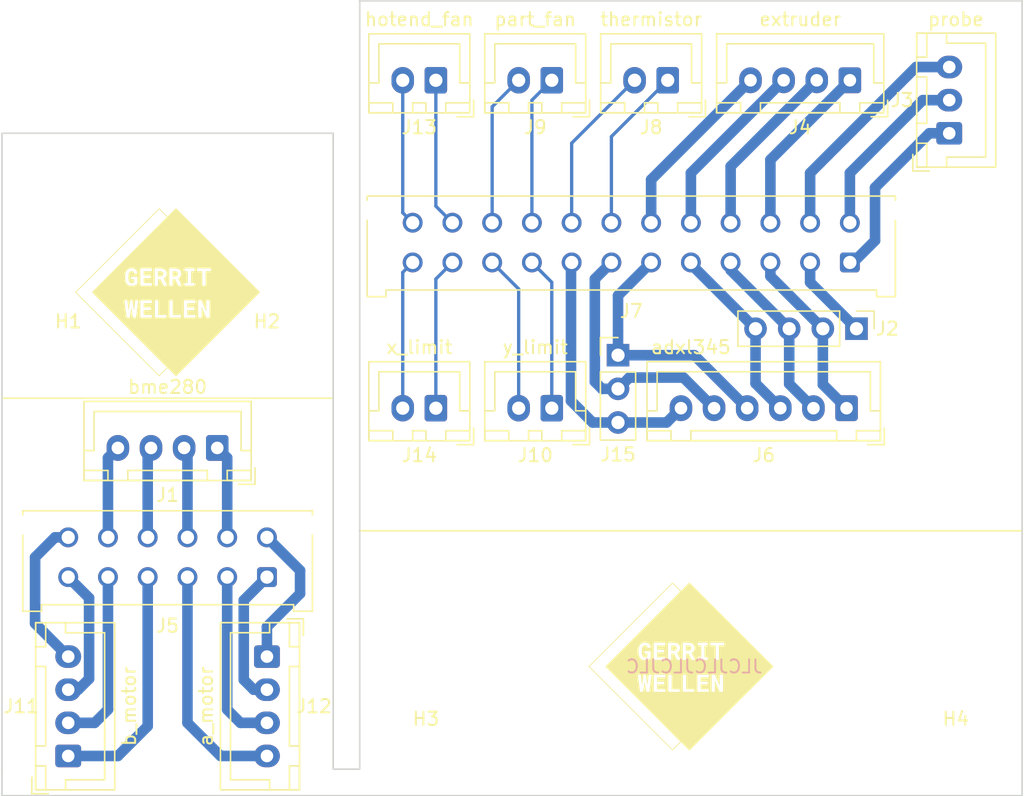
<source format=kicad_pcb>
(kicad_pcb (version 20171130) (host pcbnew "(5.1.9)-1")

  (general
    (thickness 1.6)
    (drawings 15)
    (tracks 106)
    (zones 0)
    (modules 21)
    (nets 37)
  )

  (page A4)
  (layers
    (0 F.Cu signal)
    (31 B.Cu signal)
    (32 B.Adhes user)
    (33 F.Adhes user)
    (34 B.Paste user)
    (35 F.Paste user)
    (36 B.SilkS user)
    (37 F.SilkS user)
    (38 B.Mask user)
    (39 F.Mask user)
    (40 Dwgs.User user)
    (41 Cmts.User user)
    (42 Eco1.User user)
    (43 Eco2.User user)
    (44 Edge.Cuts user)
    (45 Margin user)
    (46 B.CrtYd user)
    (47 F.CrtYd user)
    (48 B.Fab user)
    (49 F.Fab user)
  )

  (setup
    (last_trace_width 0.25)
    (user_trace_width 0.8)
    (trace_clearance 0.2)
    (zone_clearance 0.508)
    (zone_45_only no)
    (trace_min 0.2)
    (via_size 0.8)
    (via_drill 0.4)
    (via_min_size 0.4)
    (via_min_drill 0.3)
    (uvia_size 0.3)
    (uvia_drill 0.1)
    (uvias_allowed no)
    (uvia_min_size 0.2)
    (uvia_min_drill 0.1)
    (edge_width 0.12)
    (segment_width 0.12)
    (pcb_text_width 0.3)
    (pcb_text_size 1.5 1.5)
    (mod_edge_width 0.12)
    (mod_text_size 1 1)
    (mod_text_width 0.15)
    (pad_size 1.524 1.524)
    (pad_drill 0.762)
    (pad_to_mask_clearance 0)
    (aux_axis_origin 0 0)
    (visible_elements 7FFFFFFF)
    (pcbplotparams
      (layerselection 0x010fc_ffffffff)
      (usegerberextensions false)
      (usegerberattributes true)
      (usegerberadvancedattributes true)
      (creategerberjobfile true)
      (excludeedgelayer true)
      (linewidth 0.100000)
      (plotframeref false)
      (viasonmask false)
      (mode 1)
      (useauxorigin false)
      (hpglpennumber 1)
      (hpglpenspeed 20)
      (hpglpendiameter 15.000000)
      (psnegative false)
      (psa4output false)
      (plotreference true)
      (plotvalue true)
      (plotinvisibletext false)
      (padsonsilk false)
      (subtractmaskfromsilk false)
      (outputformat 1)
      (mirror false)
      (drillshape 0)
      (scaleselection 1)
      (outputdirectory "../../Production/top/"))
  )

  (net 0 "")
  (net 1 "Net-(J1-Pad4)")
  (net 2 "Net-(J1-Pad3)")
  (net 3 "Net-(J1-Pad2)")
  (net 4 "Net-(J1-Pad1)")
  (net 5 "Net-(J2-Pad4)")
  (net 6 "Net-(J2-Pad3)")
  (net 7 "Net-(J2-Pad2)")
  (net 8 "Net-(J2-Pad1)")
  (net 9 "Net-(J3-Pad3)")
  (net 10 "Net-(J3-Pad2)")
  (net 11 "Net-(J3-Pad1)")
  (net 12 "Net-(J4-Pad4)")
  (net 13 "Net-(J4-Pad3)")
  (net 14 "Net-(J4-Pad2)")
  (net 15 "Net-(J4-Pad1)")
  (net 16 "Net-(J11-Pad4)")
  (net 17 "Net-(J12-Pad1)")
  (net 18 "Net-(J11-Pad3)")
  (net 19 "Net-(J11-Pad2)")
  (net 20 "Net-(J11-Pad1)")
  (net 21 "Net-(J12-Pad4)")
  (net 22 "Net-(J12-Pad3)")
  (net 23 "Net-(J12-Pad2)")
  (net 24 "Net-(J15-Pad3)")
  (net 25 "Net-(J15-Pad2)")
  (net 26 "Net-(J15-Pad1)")
  (net 27 "Net-(J13-Pad2)")
  (net 28 "Net-(J13-Pad1)")
  (net 29 "Net-(J7-Pad22)")
  (net 30 "Net-(J7-Pad21)")
  (net 31 "Net-(J7-Pad20)")
  (net 32 "Net-(J7-Pad19)")
  (net 33 "Net-(J14-Pad2)")
  (net 34 "Net-(J14-Pad1)")
  (net 35 "Net-(J10-Pad2)")
  (net 36 "Net-(J10-Pad1)")

  (net_class Default "This is the default net class."
    (clearance 0.2)
    (trace_width 0.25)
    (via_dia 0.8)
    (via_drill 0.4)
    (uvia_dia 0.3)
    (uvia_drill 0.1)
    (add_net "Net-(J1-Pad1)")
    (add_net "Net-(J1-Pad2)")
    (add_net "Net-(J1-Pad3)")
    (add_net "Net-(J1-Pad4)")
    (add_net "Net-(J10-Pad1)")
    (add_net "Net-(J10-Pad2)")
    (add_net "Net-(J11-Pad1)")
    (add_net "Net-(J11-Pad2)")
    (add_net "Net-(J11-Pad3)")
    (add_net "Net-(J11-Pad4)")
    (add_net "Net-(J12-Pad1)")
    (add_net "Net-(J12-Pad2)")
    (add_net "Net-(J12-Pad3)")
    (add_net "Net-(J12-Pad4)")
    (add_net "Net-(J13-Pad1)")
    (add_net "Net-(J13-Pad2)")
    (add_net "Net-(J14-Pad1)")
    (add_net "Net-(J14-Pad2)")
    (add_net "Net-(J15-Pad1)")
    (add_net "Net-(J15-Pad2)")
    (add_net "Net-(J15-Pad3)")
    (add_net "Net-(J2-Pad1)")
    (add_net "Net-(J2-Pad2)")
    (add_net "Net-(J2-Pad3)")
    (add_net "Net-(J2-Pad4)")
    (add_net "Net-(J3-Pad1)")
    (add_net "Net-(J3-Pad2)")
    (add_net "Net-(J3-Pad3)")
    (add_net "Net-(J4-Pad1)")
    (add_net "Net-(J4-Pad2)")
    (add_net "Net-(J4-Pad3)")
    (add_net "Net-(J4-Pad4)")
    (add_net "Net-(J7-Pad19)")
    (add_net "Net-(J7-Pad20)")
    (add_net "Net-(J7-Pad21)")
    (add_net "Net-(J7-Pad22)")
  )

  (module Logo_footprint:logo_14mm (layer F.Cu) (tedit 0) (tstamp 604074DC)
    (at 98.5 37)
    (fp_text reference G*** (at 0 0) (layer F.SilkS) hide
      (effects (font (size 1.524 1.524) (thickness 0.3)))
    )
    (fp_text value LOGO (at 0.75 0) (layer F.SilkS) hide
      (effects (font (size 1.524 1.524) (thickness 0.3)))
    )
    (fp_poly (pts (xy 3.806867 -3.171776) (xy 6.978643 -0.000001) (xy 3.806867 3.171775) (xy 0.635092 6.343551)
      (xy 0.317546 6.026196) (xy 0 5.70884) (xy -0.314419 6.02307) (xy -0.387806 6.09624)
      (xy -0.45547 6.163373) (xy -0.515331 6.22243) (xy -0.565309 6.271374) (xy -0.603324 6.308165)
      (xy -0.627296 6.330766) (xy -0.635103 6.3373) (xy -0.644449 6.328424) (xy -0.671109 6.302224)
      (xy -0.714442 6.25934) (xy -0.773808 6.200413) (xy -0.848564 6.126082) (xy -0.938068 6.036988)
      (xy -1.04168 5.933771) (xy -1.158758 5.817071) (xy -1.288661 5.687529) (xy -1.430746 5.545785)
      (xy -1.584372 5.392478) (xy -1.748898 5.228251) (xy -1.923682 5.053742) (xy -2.108083 4.869592)
      (xy -2.301459 4.676441) (xy -2.503168 4.474929) (xy -2.71257 4.265697) (xy -2.929022 4.049386)
      (xy -3.151883 3.826634) (xy -3.380512 3.598083) (xy -3.614267 3.364373) (xy -3.810004 3.168646)
      (xy -6.978638 -0.000007) (xy -6.902438 -0.000007) (xy -3.771904 3.130546) (xy -3.535857 3.366577)
      (xy -3.304412 3.597971) (xy -3.078214 3.824084) (xy -2.857909 4.044273) (xy -2.644141 4.257893)
      (xy -2.437557 4.464301) (xy -2.238802 4.662851) (xy -2.048521 4.8529) (xy -1.867359 5.033804)
      (xy -1.695963 5.204919) (xy -1.534977 5.365599) (xy -1.385048 5.515202) (xy -1.246819 5.653083)
      (xy -1.120938 5.778598) (xy -1.008048 5.891103) (xy -0.908797 5.989953) (xy -0.823828 6.074505)
      (xy -0.753789 6.144114) (xy -0.699323 6.198136) (xy -0.661076 6.235927) (xy -0.639695 6.256843)
      (xy -0.635112 6.2611) (xy -0.624943 6.252455) (xy -0.599026 6.22794) (xy -0.559533 6.189681)
      (xy -0.508639 6.139803) (xy -0.448518 6.080435) (xy -0.381344 6.013702) (xy -0.339827 5.972278)
      (xy -0.269649 5.901767) (xy -0.20562 5.836695) (xy -0.149876 5.779291) (xy -0.104552 5.731785)
      (xy -0.071785 5.696406) (xy -0.05371 5.675383) (xy -0.0508 5.670664) (xy -0.059672 5.660778)
      (xy -0.085836 5.633621) (xy -0.128613 5.589875) (xy -0.187325 5.53022) (xy -0.261296 5.455337)
      (xy -0.349847 5.365908) (xy -0.452299 5.262613) (xy -0.567976 5.146133) (xy -0.696199 5.01715)
      (xy -0.83629 4.876343) (xy -0.987572 4.724395) (xy -1.149367 4.561986) (xy -1.320996 4.389797)
      (xy -1.501782 4.20851) (xy -1.691046 4.018804) (xy -1.888112 3.821361) (xy -2.092301 3.616863)
      (xy -2.302934 3.405989) (xy -2.519335 3.189421) (xy -2.740826 2.96784) (xy -2.879715 2.828935)
      (xy -5.089985 0.618648) (xy -3.263838 0.618648) (xy -3.26213 0.632819) (xy -3.25725 0.669738)
      (xy -3.249527 0.726996) (xy -3.239291 0.802183) (xy -3.226871 0.892889) (xy -3.212596 0.996705)
      (xy -3.196796 1.111222) (xy -3.1798 1.234029) (xy -3.174938 1.269098) (xy -3.157688 1.393535)
      (xy -3.141542 1.510155) (xy -3.12683 1.616575) (xy -3.113878 1.710416) (xy -3.103015 1.789298)
      (xy -3.094569 1.850839) (xy -3.088868 1.89266) (xy -3.086241 1.912381) (xy -3.0861 1.913623)
      (xy -3.074346 1.91542) (xy -3.042867 1.916812) (xy -2.997334 1.917598) (xy -2.972042 1.9177)
      (xy -2.917736 1.917301) (xy -2.883652 1.915287) (xy -2.864616 1.910434) (xy -2.855453 1.901515)
      (xy -2.851401 1.889125) (xy -2.847805 1.869233) (xy -2.841052 1.827854) (xy -2.83171 1.768628)
      (xy -2.820348 1.695193) (xy -2.807533 1.611187) (xy -2.79465 1.525699) (xy -2.78117 1.436636)
      (xy -2.768728 1.356155) (xy -2.757857 1.287572) (xy -2.749091 1.234204) (xy -2.742965 1.199367)
      (xy -2.740024 1.18639) (xy -2.736991 1.197229) (xy -2.730634 1.230053) (xy -2.721491 1.281742)
      (xy -2.710097 1.349175) (xy -2.696988 1.429233) (xy -2.682701 1.518795) (xy -2.680319 1.533941)
      (xy -2.665756 1.626) (xy -2.652219 1.710203) (xy -2.640266 1.783181) (xy -2.630456 1.84157)
      (xy -2.623347 1.882003) (xy -2.619497 1.901113) (xy -2.619277 1.901825) (xy -2.605746 1.910439)
      (xy -2.571409 1.915623) (xy -2.514239 1.917649) (xy -2.500784 1.9177) (xy -2.446861 1.917291)
      (xy -2.41313 1.915234) (xy -2.394384 1.91028) (xy -2.385419 1.901181) (xy -2.38157 1.889125)
      (xy -2.378318 1.869903) (xy -2.37216 1.828823) (xy -2.363505 1.768887) (xy -2.352764 1.693098)
      (xy -2.340347 1.60446) (xy -2.326665 1.505975) (xy -2.312128 1.400647) (xy -2.297146 1.291478)
      (xy -2.282129 1.181473) (xy -2.267489 1.073633) (xy -2.253635 0.970963) (xy -2.240977 0.876465)
      (xy -2.229926 0.793142) (xy -2.220893 0.723998) (xy -2.214287 0.672036) (xy -2.210518 0.640258)
      (xy -2.209785 0.631825) (xy -2.212645 0.621133) (xy -2.224365 0.614506) (xy -2.249684 0.61101)
      (xy -2.293341 0.609714) (xy -2.322724 0.6096) (xy -2.0574 0.6096) (xy -2.0574 1.9177)
      (xy -1.1811 1.9177) (xy -1.1811 1.7145) (xy -1.8034 1.7145) (xy -1.8034 1.3462)
      (xy -1.27 1.3462) (xy -1.27 1.143) (xy -1.8034 1.143) (xy -1.8034 0.8255)
      (xy -1.1811 0.8255) (xy -1.1811 0.6096) (xy -0.9525 0.6096) (xy -0.9525 1.9177)
      (xy -0.0889 1.9177) (xy -0.0889 1.7145) (xy -0.6985 1.7145) (xy -0.6985 0.6096)
      (xy 0.1397 0.6096) (xy 0.1397 1.9177) (xy 1.0033 1.9177) (xy 1.0033 1.7145)
      (xy 0.3937 1.7145) (xy 0.3937 0.6096) (xy 1.2319 0.6096) (xy 1.2319 1.9177)
      (xy 2.1082 1.9177) (xy 2.3114 1.9177) (xy 2.5654 1.9177) (xy 2.565499 1.501775)
      (xy 2.565599 1.08585) (xy 2.743289 1.4986) (xy 2.784434 1.59426) (xy 2.822212 1.682258)
      (xy 2.85549 1.75994) (xy 2.883135 1.824656) (xy 2.904014 1.873755) (xy 2.916995 1.904584)
      (xy 2.920989 1.914525) (xy 2.932797 1.915857) (xy 2.964628 1.916915) (xy 3.011104 1.917562)
      (xy 3.048 1.9177) (xy 3.175 1.9177) (xy 3.175 0.6096) (xy 2.921351 0.6096)
      (xy 2.918 1.016013) (xy 2.91465 1.422427) (xy 2.740798 1.019188) (xy 2.566947 0.61595)
      (xy 2.439173 0.61233) (xy 2.3114 0.608711) (xy 2.3114 1.9177) (xy 2.1082 1.9177)
      (xy 2.1082 1.7145) (xy 1.4859 1.7145) (xy 1.4859 1.3462) (xy 2.0193 1.3462)
      (xy 2.0193 1.143) (xy 1.4859 1.143) (xy 1.4859 0.8255) (xy 2.1082 0.8255)
      (xy 2.1082 0.6096) (xy 1.2319 0.6096) (xy 0.3937 0.6096) (xy 0.1397 0.6096)
      (xy -0.6985 0.6096) (xy -0.9525 0.6096) (xy -1.1811 0.6096) (xy -2.0574 0.6096)
      (xy -2.322724 0.6096) (xy -2.376714 0.610007) (xy -2.410511 0.61206) (xy -2.429321 0.617002)
      (xy -2.438347 0.626078) (xy -2.442261 0.638175) (xy -2.445425 0.657883) (xy -2.451068 0.69931)
      (xy -2.458746 0.758943) (xy -2.468016 0.833271) (xy -2.478435 0.918781) (xy -2.489558 1.011959)
      (xy -2.491156 1.025499) (xy -2.533437 1.384249) (xy -2.590694 1.000099) (xy -2.64795 0.61595)
      (xy -2.739166 0.612235) (xy -2.830382 0.608521) (xy -2.838511 0.663035) (xy -2.842502 0.690346)
      (xy -2.849489 0.738748) (xy -2.858891 0.804185) (xy -2.870125 0.882603) (xy -2.882611 0.969945)
      (xy -2.893583 1.046851) (xy -2.940526 1.376152) (xy -3.02895 0.61595) (xy -3.146425 0.612298)
      (xy -3.197485 0.611711) (xy -3.237319 0.613158) (xy -3.26035 0.616336) (xy -3.263838 0.618648)
      (xy -5.089985 0.618648) (xy -5.708629 0) (xy -4.520394 -1.188245) (xy -3.211627 -1.188245)
      (xy -3.211017 -1.088715) (xy -3.206184 -0.994127) (xy -3.197219 -0.913702) (xy -3.195125 -0.90117)
      (xy -3.16484 -0.790757) (xy -3.116687 -0.692705) (xy -3.052833 -0.609942) (xy -2.975444 -0.545395)
      (xy -2.904465 -0.508531) (xy -2.846345 -0.493493) (xy -2.771766 -0.485705) (xy -2.688554 -0.484965)
      (xy -2.604532 -0.49107) (xy -2.527523 -0.503817) (xy -2.473463 -0.519708) (xy -2.420476 -0.543503)
      (xy -2.365867 -0.573136) (xy -2.340113 -0.589478) (xy -2.27965 -0.631133) (xy -2.276223 -0.899767)
      (xy -2.272795 -1.1684) (xy -2.7432 -1.1684) (xy -2.7432 -0.9779) (xy -2.526381 -0.9779)
      (xy -2.530016 -0.854215) (xy -2.531931 -0.797368) (xy -2.534699 -0.760512) (xy -2.539905 -0.738249)
      (xy -2.549134 -0.72518) (xy -2.563972 -0.715907) (xy -2.57175 -0.712091) (xy -2.617062 -0.697586)
      (xy -2.673987 -0.689332) (xy -2.731982 -0.687974) (xy -2.780504 -0.694152) (xy -2.794088 -0.698537)
      (xy -2.844652 -0.731916) (xy -2.888924 -0.785033) (xy -2.922571 -0.852301) (xy -2.929579 -0.873182)
      (xy -2.939402 -0.921667) (xy -2.946579 -0.98878) (xy -2.951034 -1.067877) (xy -2.952689 -1.152317)
      (xy -2.951469 -1.235455) (xy -2.947295 -1.310651) (xy -2.940093 -1.371261) (xy -2.935584 -1.393039)
      (xy -2.905449 -1.476618) (xy -2.863328 -1.541016) (xy -2.810983 -1.58485) (xy -2.750179 -1.606737)
      (xy -2.68268 -1.605295) (xy -2.668776 -1.602149) (xy -2.608563 -1.576069) (xy -2.565635 -1.532498)
      (xy -2.538022 -1.469397) (xy -2.537021 -1.46574) (xy -2.522032 -1.4097) (xy -2.27215 -1.4097)
      (xy -2.280928 -1.457325) (xy -2.310741 -1.56126) (xy -2.358408 -1.64939) (xy -2.422758 -1.719776)
      (xy -2.45336 -1.742833) (xy -2.507818 -1.774017) (xy -2.565261 -1.794429) (xy -2.618661 -1.8034)
      (xy -2.0574 -1.8034) (xy -2.0574 -0.4953) (xy -1.1811 -0.4953) (xy -1.1811 -0.6985)
      (xy -1.8034 -0.6985) (xy -1.8034 -1.0668) (xy -1.27 -1.0668) (xy -1.27 -1.27)
      (xy -1.8034 -1.27) (xy -1.8034 -1.5875) (xy -1.1811 -1.5875) (xy -1.1811 -1.8034)
      (xy -0.9779 -1.8034) (xy -0.9779 -0.4953) (xy -0.7239 -0.4953) (xy -0.7239 -0.9779)
      (xy -0.533528 -0.9779) (xy -0.41275 -0.7366) (xy -0.291973 -0.4953) (xy -0.011053 -0.4953)
      (xy -0.152842 -0.769203) (xy -0.191976 -0.845267) (xy -0.226609 -0.913484) (xy -0.255205 -0.970748)
      (xy -0.276224 -1.013957) (xy -0.28813 -1.040006) (xy -0.29019 -1.046397) (xy -0.277553 -1.054376)
      (xy -0.251016 -1.070554) (xy -0.238344 -1.078196) (xy -0.168497 -1.134146) (xy -0.11575 -1.205022)
      (xy -0.080762 -1.286389) (xy -0.06419 -1.373813) (xy -0.066692 -1.46286) (xy -0.088927 -1.549095)
      (xy -0.131551 -1.628085) (xy -0.1528 -1.65479) (xy -0.195091 -1.696323) (xy -0.243346 -1.729882)
      (xy -0.300462 -1.756172) (xy -0.369334 -1.775896) (xy -0.452857 -1.789756) (xy -0.553929 -1.798456)
      (xy -0.675444 -1.802699) (xy -0.764842 -1.8034) (xy 0.127 -1.8034) (xy 0.127 -0.4953)
      (xy 0.381 -0.4953) (xy 0.381 -0.9779) (xy 0.565684 -0.9779) (xy 0.6858 -0.7366)
      (xy 0.805915 -0.4953) (xy 0.942707 -0.4953) (xy 0.99821 -0.495935) (xy 1.042888 -0.497654)
      (xy 1.071562 -0.500179) (xy 1.0795 -0.502635) (xy 1.073884 -0.515504) (xy 1.058124 -0.547662)
      (xy 1.033847 -0.595893) (xy 1.002679 -0.656979) (xy 0.981291 -0.6985) (xy 1.27 -0.6985)
      (xy 1.27 -0.4953) (xy 2.032 -0.4953) (xy 2.032 -0.6985) (xy 1.778 -0.6985)
      (xy 1.778 -1.5875) (xy 2.032 -1.5875) (xy 2.032 -1.8034) (xy 2.2225 -1.8034)
      (xy 2.2225 -1.5875) (xy 2.6162 -1.5875) (xy 2.6162 -0.4953) (xy 2.8702 -0.4953)
      (xy 2.8702 -1.5875) (xy 3.2766 -1.5875) (xy 3.2766 -1.8034) (xy 2.2225 -1.8034)
      (xy 2.032 -1.8034) (xy 2.032 -1.803778) (xy 1.27635 -1.79705) (xy 1.27635 -1.59385)
      (xy 1.400175 -1.590216) (xy 1.524 -1.586581) (xy 1.524 -0.6985) (xy 1.27 -0.6985)
      (xy 0.981291 -0.6985) (xy 0.966248 -0.727702) (xy 0.94149 -0.775446) (xy 0.803481 -1.040923)
      (xy 0.865829 -1.080931) (xy 0.934164 -1.138421) (xy 0.98731 -1.210976) (xy 1.016058 -1.277888)
      (xy 1.026967 -1.341095) (xy 1.02793 -1.416103) (xy 1.019771 -1.492763) (xy 1.003314 -1.560926)
      (xy 0.990581 -1.591995) (xy 0.956276 -1.647408) (xy 0.913118 -1.693063) (xy 0.858813 -1.729699)
      (xy 0.791072 -1.758053) (xy 0.707601 -1.778862) (xy 0.606109 -1.792864) (xy 0.484305 -1.800796)
      (xy 0.339896 -1.803397) (xy 0.333708 -1.8034) (xy 0.127 -1.8034) (xy -0.764842 -1.8034)
      (xy -0.9779 -1.8034) (xy -1.1811 -1.8034) (xy -2.0574 -1.8034) (xy -2.618661 -1.8034)
      (xy -2.632632 -1.805747) (xy -2.716876 -1.809644) (xy -2.7305 -1.809693) (xy -2.791187 -1.808748)
      (xy -2.834987 -1.80495) (xy -2.870378 -1.79675) (xy -2.90584 -1.782599) (xy -2.922582 -1.774614)
      (xy -3.005968 -1.720189) (xy -3.078496 -1.645893) (xy -3.137293 -1.555968) (xy -3.179488 -1.454655)
      (xy -3.199801 -1.36525) (xy -3.207919 -1.283497) (xy -3.211627 -1.188245) (xy -4.520394 -1.188245)
      (xy -2.879715 -2.828936) (xy -2.655423 -3.05327) (xy -2.435802 -3.273011) (xy -2.22153 -3.487478)
      (xy -2.013285 -3.69599) (xy -1.811745 -3.897866) (xy -1.617587 -4.092426) (xy -1.43149 -4.278987)
      (xy -1.254132 -4.45687) (xy -1.08619 -4.625393) (xy -0.928343 -4.783875) (xy -0.781267 -4.931636)
      (xy -0.645642 -5.067994) (xy -0.522145 -5.192268) (xy -0.411454 -5.303777) (xy -0.314246 -5.401841)
      (xy -0.231201 -5.485779) (xy -0.162995 -5.554909) (xy -0.110306 -5.60855) (xy -0.073813 -5.646022)
      (xy -0.054194 -5.666643) (xy -0.0508 -5.670665) (xy -0.059474 -5.682422) (xy -0.084077 -5.709829)
      (xy -0.122486 -5.75067) (xy -0.172576 -5.80273) (xy -0.232222 -5.863791) (xy -0.299301 -5.931638)
      (xy -0.342951 -5.975401) (xy -0.635101 -6.267344) (xy -3.768769 -3.133675) (xy -6.902438 -0.000007)
      (xy -6.978638 -0.000007) (xy -3.806865 -3.171779) (xy -0.635093 -6.343552) (xy -0.317547 -6.026197)
      (xy 0 -5.708841) (xy 0.317546 -6.026197) (xy 0.635092 -6.343552) (xy 3.806867 -3.171776)) (layer F.SilkS) (width 0.01))
    (fp_poly (pts (xy -0.593725 -1.587481) (xy -0.501407 -1.583084) (xy -0.430942 -1.56887) (xy -0.380157 -1.543254)
      (xy -0.346877 -1.504652) (xy -0.328927 -1.451478) (xy -0.324085 -1.391008) (xy -0.329958 -1.323509)
      (xy -0.349436 -1.271942) (xy -0.384645 -1.23475) (xy -0.437714 -1.210379) (xy -0.510768 -1.197272)
      (xy -0.593725 -1.19382) (xy -0.7239 -1.1938) (xy -0.7239 -1.5875) (xy -0.593725 -1.587481)) (layer F.SilkS) (width 0.01))
    (fp_poly (pts (xy 0.580469 -1.584951) (xy 0.639436 -1.576212) (xy 0.684505 -1.559645) (xy 0.721221 -1.533615)
      (xy 0.7366 -1.518264) (xy 0.753653 -1.496507) (xy 0.76328 -1.472386) (xy 0.767501 -1.437914)
      (xy 0.76835 -1.392802) (xy 0.763331 -1.324267) (xy 0.746597 -1.27244) (xy 0.715632 -1.235401)
      (xy 0.66792 -1.211229) (xy 0.600944 -1.198005) (xy 0.512189 -1.193808) (xy 0.507569 -1.1938)
      (xy 0.381 -1.1938) (xy 0.381 -1.5875) (xy 0.502057 -1.5875) (xy 0.580469 -1.584951)) (layer F.SilkS) (width 0.01))
  )

  (module Logo_footprint:logo_14mm (layer F.Cu) (tedit 0) (tstamp 604074B7)
    (at 137.25 65.25)
    (fp_text reference G*** (at 0 0) (layer F.SilkS) hide
      (effects (font (size 1.524 1.524) (thickness 0.3)))
    )
    (fp_text value LOGO (at 0.75 0) (layer F.SilkS) hide
      (effects (font (size 1.524 1.524) (thickness 0.3)))
    )
    (fp_poly (pts (xy 3.806867 -3.171776) (xy 6.978643 -0.000001) (xy 3.806867 3.171775) (xy 0.635092 6.343551)
      (xy 0.317546 6.026196) (xy 0 5.70884) (xy -0.314419 6.02307) (xy -0.387806 6.09624)
      (xy -0.45547 6.163373) (xy -0.515331 6.22243) (xy -0.565309 6.271374) (xy -0.603324 6.308165)
      (xy -0.627296 6.330766) (xy -0.635103 6.3373) (xy -0.644449 6.328424) (xy -0.671109 6.302224)
      (xy -0.714442 6.25934) (xy -0.773808 6.200413) (xy -0.848564 6.126082) (xy -0.938068 6.036988)
      (xy -1.04168 5.933771) (xy -1.158758 5.817071) (xy -1.288661 5.687529) (xy -1.430746 5.545785)
      (xy -1.584372 5.392478) (xy -1.748898 5.228251) (xy -1.923682 5.053742) (xy -2.108083 4.869592)
      (xy -2.301459 4.676441) (xy -2.503168 4.474929) (xy -2.71257 4.265697) (xy -2.929022 4.049386)
      (xy -3.151883 3.826634) (xy -3.380512 3.598083) (xy -3.614267 3.364373) (xy -3.810004 3.168646)
      (xy -6.978638 -0.000007) (xy -6.902438 -0.000007) (xy -3.771904 3.130546) (xy -3.535857 3.366577)
      (xy -3.304412 3.597971) (xy -3.078214 3.824084) (xy -2.857909 4.044273) (xy -2.644141 4.257893)
      (xy -2.437557 4.464301) (xy -2.238802 4.662851) (xy -2.048521 4.8529) (xy -1.867359 5.033804)
      (xy -1.695963 5.204919) (xy -1.534977 5.365599) (xy -1.385048 5.515202) (xy -1.246819 5.653083)
      (xy -1.120938 5.778598) (xy -1.008048 5.891103) (xy -0.908797 5.989953) (xy -0.823828 6.074505)
      (xy -0.753789 6.144114) (xy -0.699323 6.198136) (xy -0.661076 6.235927) (xy -0.639695 6.256843)
      (xy -0.635112 6.2611) (xy -0.624943 6.252455) (xy -0.599026 6.22794) (xy -0.559533 6.189681)
      (xy -0.508639 6.139803) (xy -0.448518 6.080435) (xy -0.381344 6.013702) (xy -0.339827 5.972278)
      (xy -0.269649 5.901767) (xy -0.20562 5.836695) (xy -0.149876 5.779291) (xy -0.104552 5.731785)
      (xy -0.071785 5.696406) (xy -0.05371 5.675383) (xy -0.0508 5.670664) (xy -0.059672 5.660778)
      (xy -0.085836 5.633621) (xy -0.128613 5.589875) (xy -0.187325 5.53022) (xy -0.261296 5.455337)
      (xy -0.349847 5.365908) (xy -0.452299 5.262613) (xy -0.567976 5.146133) (xy -0.696199 5.01715)
      (xy -0.83629 4.876343) (xy -0.987572 4.724395) (xy -1.149367 4.561986) (xy -1.320996 4.389797)
      (xy -1.501782 4.20851) (xy -1.691046 4.018804) (xy -1.888112 3.821361) (xy -2.092301 3.616863)
      (xy -2.302934 3.405989) (xy -2.519335 3.189421) (xy -2.740826 2.96784) (xy -2.879715 2.828935)
      (xy -5.089985 0.618648) (xy -3.263838 0.618648) (xy -3.26213 0.632819) (xy -3.25725 0.669738)
      (xy -3.249527 0.726996) (xy -3.239291 0.802183) (xy -3.226871 0.892889) (xy -3.212596 0.996705)
      (xy -3.196796 1.111222) (xy -3.1798 1.234029) (xy -3.174938 1.269098) (xy -3.157688 1.393535)
      (xy -3.141542 1.510155) (xy -3.12683 1.616575) (xy -3.113878 1.710416) (xy -3.103015 1.789298)
      (xy -3.094569 1.850839) (xy -3.088868 1.89266) (xy -3.086241 1.912381) (xy -3.0861 1.913623)
      (xy -3.074346 1.91542) (xy -3.042867 1.916812) (xy -2.997334 1.917598) (xy -2.972042 1.9177)
      (xy -2.917736 1.917301) (xy -2.883652 1.915287) (xy -2.864616 1.910434) (xy -2.855453 1.901515)
      (xy -2.851401 1.889125) (xy -2.847805 1.869233) (xy -2.841052 1.827854) (xy -2.83171 1.768628)
      (xy -2.820348 1.695193) (xy -2.807533 1.611187) (xy -2.79465 1.525699) (xy -2.78117 1.436636)
      (xy -2.768728 1.356155) (xy -2.757857 1.287572) (xy -2.749091 1.234204) (xy -2.742965 1.199367)
      (xy -2.740024 1.18639) (xy -2.736991 1.197229) (xy -2.730634 1.230053) (xy -2.721491 1.281742)
      (xy -2.710097 1.349175) (xy -2.696988 1.429233) (xy -2.682701 1.518795) (xy -2.680319 1.533941)
      (xy -2.665756 1.626) (xy -2.652219 1.710203) (xy -2.640266 1.783181) (xy -2.630456 1.84157)
      (xy -2.623347 1.882003) (xy -2.619497 1.901113) (xy -2.619277 1.901825) (xy -2.605746 1.910439)
      (xy -2.571409 1.915623) (xy -2.514239 1.917649) (xy -2.500784 1.9177) (xy -2.446861 1.917291)
      (xy -2.41313 1.915234) (xy -2.394384 1.91028) (xy -2.385419 1.901181) (xy -2.38157 1.889125)
      (xy -2.378318 1.869903) (xy -2.37216 1.828823) (xy -2.363505 1.768887) (xy -2.352764 1.693098)
      (xy -2.340347 1.60446) (xy -2.326665 1.505975) (xy -2.312128 1.400647) (xy -2.297146 1.291478)
      (xy -2.282129 1.181473) (xy -2.267489 1.073633) (xy -2.253635 0.970963) (xy -2.240977 0.876465)
      (xy -2.229926 0.793142) (xy -2.220893 0.723998) (xy -2.214287 0.672036) (xy -2.210518 0.640258)
      (xy -2.209785 0.631825) (xy -2.212645 0.621133) (xy -2.224365 0.614506) (xy -2.249684 0.61101)
      (xy -2.293341 0.609714) (xy -2.322724 0.6096) (xy -2.0574 0.6096) (xy -2.0574 1.9177)
      (xy -1.1811 1.9177) (xy -1.1811 1.7145) (xy -1.8034 1.7145) (xy -1.8034 1.3462)
      (xy -1.27 1.3462) (xy -1.27 1.143) (xy -1.8034 1.143) (xy -1.8034 0.8255)
      (xy -1.1811 0.8255) (xy -1.1811 0.6096) (xy -0.9525 0.6096) (xy -0.9525 1.9177)
      (xy -0.0889 1.9177) (xy -0.0889 1.7145) (xy -0.6985 1.7145) (xy -0.6985 0.6096)
      (xy 0.1397 0.6096) (xy 0.1397 1.9177) (xy 1.0033 1.9177) (xy 1.0033 1.7145)
      (xy 0.3937 1.7145) (xy 0.3937 0.6096) (xy 1.2319 0.6096) (xy 1.2319 1.9177)
      (xy 2.1082 1.9177) (xy 2.3114 1.9177) (xy 2.5654 1.9177) (xy 2.565499 1.501775)
      (xy 2.565599 1.08585) (xy 2.743289 1.4986) (xy 2.784434 1.59426) (xy 2.822212 1.682258)
      (xy 2.85549 1.75994) (xy 2.883135 1.824656) (xy 2.904014 1.873755) (xy 2.916995 1.904584)
      (xy 2.920989 1.914525) (xy 2.932797 1.915857) (xy 2.964628 1.916915) (xy 3.011104 1.917562)
      (xy 3.048 1.9177) (xy 3.175 1.9177) (xy 3.175 0.6096) (xy 2.921351 0.6096)
      (xy 2.918 1.016013) (xy 2.91465 1.422427) (xy 2.740798 1.019188) (xy 2.566947 0.61595)
      (xy 2.439173 0.61233) (xy 2.3114 0.608711) (xy 2.3114 1.9177) (xy 2.1082 1.9177)
      (xy 2.1082 1.7145) (xy 1.4859 1.7145) (xy 1.4859 1.3462) (xy 2.0193 1.3462)
      (xy 2.0193 1.143) (xy 1.4859 1.143) (xy 1.4859 0.8255) (xy 2.1082 0.8255)
      (xy 2.1082 0.6096) (xy 1.2319 0.6096) (xy 0.3937 0.6096) (xy 0.1397 0.6096)
      (xy -0.6985 0.6096) (xy -0.9525 0.6096) (xy -1.1811 0.6096) (xy -2.0574 0.6096)
      (xy -2.322724 0.6096) (xy -2.376714 0.610007) (xy -2.410511 0.61206) (xy -2.429321 0.617002)
      (xy -2.438347 0.626078) (xy -2.442261 0.638175) (xy -2.445425 0.657883) (xy -2.451068 0.69931)
      (xy -2.458746 0.758943) (xy -2.468016 0.833271) (xy -2.478435 0.918781) (xy -2.489558 1.011959)
      (xy -2.491156 1.025499) (xy -2.533437 1.384249) (xy -2.590694 1.000099) (xy -2.64795 0.61595)
      (xy -2.739166 0.612235) (xy -2.830382 0.608521) (xy -2.838511 0.663035) (xy -2.842502 0.690346)
      (xy -2.849489 0.738748) (xy -2.858891 0.804185) (xy -2.870125 0.882603) (xy -2.882611 0.969945)
      (xy -2.893583 1.046851) (xy -2.940526 1.376152) (xy -3.02895 0.61595) (xy -3.146425 0.612298)
      (xy -3.197485 0.611711) (xy -3.237319 0.613158) (xy -3.26035 0.616336) (xy -3.263838 0.618648)
      (xy -5.089985 0.618648) (xy -5.708629 0) (xy -4.520394 -1.188245) (xy -3.211627 -1.188245)
      (xy -3.211017 -1.088715) (xy -3.206184 -0.994127) (xy -3.197219 -0.913702) (xy -3.195125 -0.90117)
      (xy -3.16484 -0.790757) (xy -3.116687 -0.692705) (xy -3.052833 -0.609942) (xy -2.975444 -0.545395)
      (xy -2.904465 -0.508531) (xy -2.846345 -0.493493) (xy -2.771766 -0.485705) (xy -2.688554 -0.484965)
      (xy -2.604532 -0.49107) (xy -2.527523 -0.503817) (xy -2.473463 -0.519708) (xy -2.420476 -0.543503)
      (xy -2.365867 -0.573136) (xy -2.340113 -0.589478) (xy -2.27965 -0.631133) (xy -2.276223 -0.899767)
      (xy -2.272795 -1.1684) (xy -2.7432 -1.1684) (xy -2.7432 -0.9779) (xy -2.526381 -0.9779)
      (xy -2.530016 -0.854215) (xy -2.531931 -0.797368) (xy -2.534699 -0.760512) (xy -2.539905 -0.738249)
      (xy -2.549134 -0.72518) (xy -2.563972 -0.715907) (xy -2.57175 -0.712091) (xy -2.617062 -0.697586)
      (xy -2.673987 -0.689332) (xy -2.731982 -0.687974) (xy -2.780504 -0.694152) (xy -2.794088 -0.698537)
      (xy -2.844652 -0.731916) (xy -2.888924 -0.785033) (xy -2.922571 -0.852301) (xy -2.929579 -0.873182)
      (xy -2.939402 -0.921667) (xy -2.946579 -0.98878) (xy -2.951034 -1.067877) (xy -2.952689 -1.152317)
      (xy -2.951469 -1.235455) (xy -2.947295 -1.310651) (xy -2.940093 -1.371261) (xy -2.935584 -1.393039)
      (xy -2.905449 -1.476618) (xy -2.863328 -1.541016) (xy -2.810983 -1.58485) (xy -2.750179 -1.606737)
      (xy -2.68268 -1.605295) (xy -2.668776 -1.602149) (xy -2.608563 -1.576069) (xy -2.565635 -1.532498)
      (xy -2.538022 -1.469397) (xy -2.537021 -1.46574) (xy -2.522032 -1.4097) (xy -2.27215 -1.4097)
      (xy -2.280928 -1.457325) (xy -2.310741 -1.56126) (xy -2.358408 -1.64939) (xy -2.422758 -1.719776)
      (xy -2.45336 -1.742833) (xy -2.507818 -1.774017) (xy -2.565261 -1.794429) (xy -2.618661 -1.8034)
      (xy -2.0574 -1.8034) (xy -2.0574 -0.4953) (xy -1.1811 -0.4953) (xy -1.1811 -0.6985)
      (xy -1.8034 -0.6985) (xy -1.8034 -1.0668) (xy -1.27 -1.0668) (xy -1.27 -1.27)
      (xy -1.8034 -1.27) (xy -1.8034 -1.5875) (xy -1.1811 -1.5875) (xy -1.1811 -1.8034)
      (xy -0.9779 -1.8034) (xy -0.9779 -0.4953) (xy -0.7239 -0.4953) (xy -0.7239 -0.9779)
      (xy -0.533528 -0.9779) (xy -0.41275 -0.7366) (xy -0.291973 -0.4953) (xy -0.011053 -0.4953)
      (xy -0.152842 -0.769203) (xy -0.191976 -0.845267) (xy -0.226609 -0.913484) (xy -0.255205 -0.970748)
      (xy -0.276224 -1.013957) (xy -0.28813 -1.040006) (xy -0.29019 -1.046397) (xy -0.277553 -1.054376)
      (xy -0.251016 -1.070554) (xy -0.238344 -1.078196) (xy -0.168497 -1.134146) (xy -0.11575 -1.205022)
      (xy -0.080762 -1.286389) (xy -0.06419 -1.373813) (xy -0.066692 -1.46286) (xy -0.088927 -1.549095)
      (xy -0.131551 -1.628085) (xy -0.1528 -1.65479) (xy -0.195091 -1.696323) (xy -0.243346 -1.729882)
      (xy -0.300462 -1.756172) (xy -0.369334 -1.775896) (xy -0.452857 -1.789756) (xy -0.553929 -1.798456)
      (xy -0.675444 -1.802699) (xy -0.764842 -1.8034) (xy 0.127 -1.8034) (xy 0.127 -0.4953)
      (xy 0.381 -0.4953) (xy 0.381 -0.9779) (xy 0.565684 -0.9779) (xy 0.6858 -0.7366)
      (xy 0.805915 -0.4953) (xy 0.942707 -0.4953) (xy 0.99821 -0.495935) (xy 1.042888 -0.497654)
      (xy 1.071562 -0.500179) (xy 1.0795 -0.502635) (xy 1.073884 -0.515504) (xy 1.058124 -0.547662)
      (xy 1.033847 -0.595893) (xy 1.002679 -0.656979) (xy 0.981291 -0.6985) (xy 1.27 -0.6985)
      (xy 1.27 -0.4953) (xy 2.032 -0.4953) (xy 2.032 -0.6985) (xy 1.778 -0.6985)
      (xy 1.778 -1.5875) (xy 2.032 -1.5875) (xy 2.032 -1.8034) (xy 2.2225 -1.8034)
      (xy 2.2225 -1.5875) (xy 2.6162 -1.5875) (xy 2.6162 -0.4953) (xy 2.8702 -0.4953)
      (xy 2.8702 -1.5875) (xy 3.2766 -1.5875) (xy 3.2766 -1.8034) (xy 2.2225 -1.8034)
      (xy 2.032 -1.8034) (xy 2.032 -1.803778) (xy 1.27635 -1.79705) (xy 1.27635 -1.59385)
      (xy 1.400175 -1.590216) (xy 1.524 -1.586581) (xy 1.524 -0.6985) (xy 1.27 -0.6985)
      (xy 0.981291 -0.6985) (xy 0.966248 -0.727702) (xy 0.94149 -0.775446) (xy 0.803481 -1.040923)
      (xy 0.865829 -1.080931) (xy 0.934164 -1.138421) (xy 0.98731 -1.210976) (xy 1.016058 -1.277888)
      (xy 1.026967 -1.341095) (xy 1.02793 -1.416103) (xy 1.019771 -1.492763) (xy 1.003314 -1.560926)
      (xy 0.990581 -1.591995) (xy 0.956276 -1.647408) (xy 0.913118 -1.693063) (xy 0.858813 -1.729699)
      (xy 0.791072 -1.758053) (xy 0.707601 -1.778862) (xy 0.606109 -1.792864) (xy 0.484305 -1.800796)
      (xy 0.339896 -1.803397) (xy 0.333708 -1.8034) (xy 0.127 -1.8034) (xy -0.764842 -1.8034)
      (xy -0.9779 -1.8034) (xy -1.1811 -1.8034) (xy -2.0574 -1.8034) (xy -2.618661 -1.8034)
      (xy -2.632632 -1.805747) (xy -2.716876 -1.809644) (xy -2.7305 -1.809693) (xy -2.791187 -1.808748)
      (xy -2.834987 -1.80495) (xy -2.870378 -1.79675) (xy -2.90584 -1.782599) (xy -2.922582 -1.774614)
      (xy -3.005968 -1.720189) (xy -3.078496 -1.645893) (xy -3.137293 -1.555968) (xy -3.179488 -1.454655)
      (xy -3.199801 -1.36525) (xy -3.207919 -1.283497) (xy -3.211627 -1.188245) (xy -4.520394 -1.188245)
      (xy -2.879715 -2.828936) (xy -2.655423 -3.05327) (xy -2.435802 -3.273011) (xy -2.22153 -3.487478)
      (xy -2.013285 -3.69599) (xy -1.811745 -3.897866) (xy -1.617587 -4.092426) (xy -1.43149 -4.278987)
      (xy -1.254132 -4.45687) (xy -1.08619 -4.625393) (xy -0.928343 -4.783875) (xy -0.781267 -4.931636)
      (xy -0.645642 -5.067994) (xy -0.522145 -5.192268) (xy -0.411454 -5.303777) (xy -0.314246 -5.401841)
      (xy -0.231201 -5.485779) (xy -0.162995 -5.554909) (xy -0.110306 -5.60855) (xy -0.073813 -5.646022)
      (xy -0.054194 -5.666643) (xy -0.0508 -5.670665) (xy -0.059474 -5.682422) (xy -0.084077 -5.709829)
      (xy -0.122486 -5.75067) (xy -0.172576 -5.80273) (xy -0.232222 -5.863791) (xy -0.299301 -5.931638)
      (xy -0.342951 -5.975401) (xy -0.635101 -6.267344) (xy -3.768769 -3.133675) (xy -6.902438 -0.000007)
      (xy -6.978638 -0.000007) (xy -3.806865 -3.171779) (xy -0.635093 -6.343552) (xy -0.317547 -6.026197)
      (xy 0 -5.708841) (xy 0.317546 -6.026197) (xy 0.635092 -6.343552) (xy 3.806867 -3.171776)) (layer F.SilkS) (width 0.01))
    (fp_poly (pts (xy -0.593725 -1.587481) (xy -0.501407 -1.583084) (xy -0.430942 -1.56887) (xy -0.380157 -1.543254)
      (xy -0.346877 -1.504652) (xy -0.328927 -1.451478) (xy -0.324085 -1.391008) (xy -0.329958 -1.323509)
      (xy -0.349436 -1.271942) (xy -0.384645 -1.23475) (xy -0.437714 -1.210379) (xy -0.510768 -1.197272)
      (xy -0.593725 -1.19382) (xy -0.7239 -1.1938) (xy -0.7239 -1.5875) (xy -0.593725 -1.587481)) (layer F.SilkS) (width 0.01))
    (fp_poly (pts (xy 0.580469 -1.584951) (xy 0.639436 -1.576212) (xy 0.684505 -1.559645) (xy 0.721221 -1.533615)
      (xy 0.7366 -1.518264) (xy 0.753653 -1.496507) (xy 0.76328 -1.472386) (xy 0.767501 -1.437914)
      (xy 0.76835 -1.392802) (xy 0.763331 -1.324267) (xy 0.746597 -1.27244) (xy 0.715632 -1.235401)
      (xy 0.66792 -1.211229) (xy 0.600944 -1.198005) (xy 0.512189 -1.193808) (xy 0.507569 -1.1938)
      (xy 0.381 -1.1938) (xy 0.381 -1.5875) (xy 0.502057 -1.5875) (xy 0.580469 -1.584951)) (layer F.SilkS) (width 0.01))
  )

  (module Connector_PinHeader_2.54mm:PinHeader_1x03_P2.54mm_Vertical (layer F.Cu) (tedit 59FED5CC) (tstamp 6032E66C)
    (at 132.5 41.75)
    (descr "Through hole straight pin header, 1x03, 2.54mm pitch, single row")
    (tags "Through hole pin header THT 1x03 2.54mm single row")
    (path /603E406F)
    (fp_text reference J15 (at 0 7.5) (layer F.SilkS)
      (effects (font (size 1 1) (thickness 0.15)))
    )
    (fp_text value Conn_01x03 (at 0 7.41) (layer F.Fab)
      (effects (font (size 1 1) (thickness 0.15)))
    )
    (fp_line (start 1.8 -1.8) (end -1.8 -1.8) (layer F.CrtYd) (width 0.05))
    (fp_line (start 1.8 6.85) (end 1.8 -1.8) (layer F.CrtYd) (width 0.05))
    (fp_line (start -1.8 6.85) (end 1.8 6.85) (layer F.CrtYd) (width 0.05))
    (fp_line (start -1.8 -1.8) (end -1.8 6.85) (layer F.CrtYd) (width 0.05))
    (fp_line (start -1.33 -1.33) (end 0 -1.33) (layer F.SilkS) (width 0.12))
    (fp_line (start -1.33 0) (end -1.33 -1.33) (layer F.SilkS) (width 0.12))
    (fp_line (start -1.33 1.27) (end 1.33 1.27) (layer F.SilkS) (width 0.12))
    (fp_line (start 1.33 1.27) (end 1.33 6.41) (layer F.SilkS) (width 0.12))
    (fp_line (start -1.33 1.27) (end -1.33 6.41) (layer F.SilkS) (width 0.12))
    (fp_line (start -1.33 6.41) (end 1.33 6.41) (layer F.SilkS) (width 0.12))
    (fp_line (start -1.27 -0.635) (end -0.635 -1.27) (layer F.Fab) (width 0.1))
    (fp_line (start -1.27 6.35) (end -1.27 -0.635) (layer F.Fab) (width 0.1))
    (fp_line (start 1.27 6.35) (end -1.27 6.35) (layer F.Fab) (width 0.1))
    (fp_line (start 1.27 -1.27) (end 1.27 6.35) (layer F.Fab) (width 0.1))
    (fp_line (start -0.635 -1.27) (end 1.27 -1.27) (layer F.Fab) (width 0.1))
    (fp_text user %R (at 0 2.54 90) (layer F.Fab)
      (effects (font (size 1 1) (thickness 0.15)))
    )
    (pad 3 thru_hole oval (at 0 5.08) (size 1.7 1.7) (drill 1) (layers *.Cu *.Mask)
      (net 24 "Net-(J15-Pad3)"))
    (pad 2 thru_hole oval (at 0 2.54) (size 1.7 1.7) (drill 1) (layers *.Cu *.Mask)
      (net 25 "Net-(J15-Pad2)"))
    (pad 1 thru_hole rect (at 0 0) (size 1.7 1.7) (drill 1) (layers *.Cu *.Mask)
      (net 26 "Net-(J15-Pad1)"))
    (model ${KISYS3DMOD}/Connector_PinHeader_2.54mm.3dshapes/PinHeader_1x03_P2.54mm_Vertical.wrl
      (at (xyz 0 0 0))
      (scale (xyz 1 1 1))
      (rotate (xyz 0 0 0))
    )
  )

  (module Connector_JST:JST_XH_B2B-XH-A_1x02_P2.50mm_Vertical (layer F.Cu) (tedit 5C28146C) (tstamp 6032E655)
    (at 118.75 45.75 180)
    (descr "JST XH series connector, B2B-XH-A (http://www.jst-mfg.com/product/pdf/eng/eXH.pdf), generated with kicad-footprint-generator")
    (tags "connector JST XH vertical")
    (path /6033C38B)
    (fp_text reference J14 (at 1.25 -3.55) (layer F.SilkS)
      (effects (font (size 1 1) (thickness 0.15)))
    )
    (fp_text value x_limit (at 1.25 4.6) (layer F.SilkS)
      (effects (font (size 1 1) (thickness 0.15)))
    )
    (fp_line (start -2.85 -2.75) (end -2.85 -1.5) (layer F.SilkS) (width 0.12))
    (fp_line (start -1.6 -2.75) (end -2.85 -2.75) (layer F.SilkS) (width 0.12))
    (fp_line (start 4.3 2.75) (end 1.25 2.75) (layer F.SilkS) (width 0.12))
    (fp_line (start 4.3 -0.2) (end 4.3 2.75) (layer F.SilkS) (width 0.12))
    (fp_line (start 5.05 -0.2) (end 4.3 -0.2) (layer F.SilkS) (width 0.12))
    (fp_line (start -1.8 2.75) (end 1.25 2.75) (layer F.SilkS) (width 0.12))
    (fp_line (start -1.8 -0.2) (end -1.8 2.75) (layer F.SilkS) (width 0.12))
    (fp_line (start -2.55 -0.2) (end -1.8 -0.2) (layer F.SilkS) (width 0.12))
    (fp_line (start 5.05 -2.45) (end 3.25 -2.45) (layer F.SilkS) (width 0.12))
    (fp_line (start 5.05 -1.7) (end 5.05 -2.45) (layer F.SilkS) (width 0.12))
    (fp_line (start 3.25 -1.7) (end 5.05 -1.7) (layer F.SilkS) (width 0.12))
    (fp_line (start 3.25 -2.45) (end 3.25 -1.7) (layer F.SilkS) (width 0.12))
    (fp_line (start -0.75 -2.45) (end -2.55 -2.45) (layer F.SilkS) (width 0.12))
    (fp_line (start -0.75 -1.7) (end -0.75 -2.45) (layer F.SilkS) (width 0.12))
    (fp_line (start -2.55 -1.7) (end -0.75 -1.7) (layer F.SilkS) (width 0.12))
    (fp_line (start -2.55 -2.45) (end -2.55 -1.7) (layer F.SilkS) (width 0.12))
    (fp_line (start 1.75 -2.45) (end 0.75 -2.45) (layer F.SilkS) (width 0.12))
    (fp_line (start 1.75 -1.7) (end 1.75 -2.45) (layer F.SilkS) (width 0.12))
    (fp_line (start 0.75 -1.7) (end 1.75 -1.7) (layer F.SilkS) (width 0.12))
    (fp_line (start 0.75 -2.45) (end 0.75 -1.7) (layer F.SilkS) (width 0.12))
    (fp_line (start 0 -1.35) (end 0.625 -2.35) (layer F.Fab) (width 0.1))
    (fp_line (start -0.625 -2.35) (end 0 -1.35) (layer F.Fab) (width 0.1))
    (fp_line (start 5.45 -2.85) (end -2.95 -2.85) (layer F.CrtYd) (width 0.05))
    (fp_line (start 5.45 3.9) (end 5.45 -2.85) (layer F.CrtYd) (width 0.05))
    (fp_line (start -2.95 3.9) (end 5.45 3.9) (layer F.CrtYd) (width 0.05))
    (fp_line (start -2.95 -2.85) (end -2.95 3.9) (layer F.CrtYd) (width 0.05))
    (fp_line (start 5.06 -2.46) (end -2.56 -2.46) (layer F.SilkS) (width 0.12))
    (fp_line (start 5.06 3.51) (end 5.06 -2.46) (layer F.SilkS) (width 0.12))
    (fp_line (start -2.56 3.51) (end 5.06 3.51) (layer F.SilkS) (width 0.12))
    (fp_line (start -2.56 -2.46) (end -2.56 3.51) (layer F.SilkS) (width 0.12))
    (fp_line (start 4.95 -2.35) (end -2.45 -2.35) (layer F.Fab) (width 0.1))
    (fp_line (start 4.95 3.4) (end 4.95 -2.35) (layer F.Fab) (width 0.1))
    (fp_line (start -2.45 3.4) (end 4.95 3.4) (layer F.Fab) (width 0.1))
    (fp_line (start -2.45 -2.35) (end -2.45 3.4) (layer F.Fab) (width 0.1))
    (fp_text user %R (at 1.25 2.7) (layer F.Fab)
      (effects (font (size 1 1) (thickness 0.15)))
    )
    (pad 2 thru_hole oval (at 2.5 0 180) (size 1.7 2) (drill 1) (layers *.Cu *.Mask)
      (net 33 "Net-(J14-Pad2)"))
    (pad 1 thru_hole roundrect (at 0 0 180) (size 1.7 2) (drill 1) (layers *.Cu *.Mask) (roundrect_rratio 0.1470588235294118)
      (net 34 "Net-(J14-Pad1)"))
    (model ${KISYS3DMOD}/Connector_JST.3dshapes/JST_XH_B2B-XH-A_1x02_P2.50mm_Vertical.wrl
      (at (xyz 0 0 0))
      (scale (xyz 1 1 1))
      (rotate (xyz 0 0 0))
    )
  )

  (module Connector_JST:JST_XH_B2B-XH-A_1x02_P2.50mm_Vertical (layer F.Cu) (tedit 5C28146C) (tstamp 6032E62C)
    (at 118.75 21 180)
    (descr "JST XH series connector, B2B-XH-A (http://www.jst-mfg.com/product/pdf/eng/eXH.pdf), generated with kicad-footprint-generator")
    (tags "connector JST XH vertical")
    (path /6033CC60)
    (fp_text reference J13 (at 1.25 -3.55) (layer F.SilkS)
      (effects (font (size 1 1) (thickness 0.15)))
    )
    (fp_text value hotend_fan (at 1.25 4.6) (layer F.SilkS)
      (effects (font (size 1 1) (thickness 0.15)))
    )
    (fp_line (start -2.85 -2.75) (end -2.85 -1.5) (layer F.SilkS) (width 0.12))
    (fp_line (start -1.6 -2.75) (end -2.85 -2.75) (layer F.SilkS) (width 0.12))
    (fp_line (start 4.3 2.75) (end 1.25 2.75) (layer F.SilkS) (width 0.12))
    (fp_line (start 4.3 -0.2) (end 4.3 2.75) (layer F.SilkS) (width 0.12))
    (fp_line (start 5.05 -0.2) (end 4.3 -0.2) (layer F.SilkS) (width 0.12))
    (fp_line (start -1.8 2.75) (end 1.25 2.75) (layer F.SilkS) (width 0.12))
    (fp_line (start -1.8 -0.2) (end -1.8 2.75) (layer F.SilkS) (width 0.12))
    (fp_line (start -2.55 -0.2) (end -1.8 -0.2) (layer F.SilkS) (width 0.12))
    (fp_line (start 5.05 -2.45) (end 3.25 -2.45) (layer F.SilkS) (width 0.12))
    (fp_line (start 5.05 -1.7) (end 5.05 -2.45) (layer F.SilkS) (width 0.12))
    (fp_line (start 3.25 -1.7) (end 5.05 -1.7) (layer F.SilkS) (width 0.12))
    (fp_line (start 3.25 -2.45) (end 3.25 -1.7) (layer F.SilkS) (width 0.12))
    (fp_line (start -0.75 -2.45) (end -2.55 -2.45) (layer F.SilkS) (width 0.12))
    (fp_line (start -0.75 -1.7) (end -0.75 -2.45) (layer F.SilkS) (width 0.12))
    (fp_line (start -2.55 -1.7) (end -0.75 -1.7) (layer F.SilkS) (width 0.12))
    (fp_line (start -2.55 -2.45) (end -2.55 -1.7) (layer F.SilkS) (width 0.12))
    (fp_line (start 1.75 -2.45) (end 0.75 -2.45) (layer F.SilkS) (width 0.12))
    (fp_line (start 1.75 -1.7) (end 1.75 -2.45) (layer F.SilkS) (width 0.12))
    (fp_line (start 0.75 -1.7) (end 1.75 -1.7) (layer F.SilkS) (width 0.12))
    (fp_line (start 0.75 -2.45) (end 0.75 -1.7) (layer F.SilkS) (width 0.12))
    (fp_line (start 0 -1.35) (end 0.625 -2.35) (layer F.Fab) (width 0.1))
    (fp_line (start -0.625 -2.35) (end 0 -1.35) (layer F.Fab) (width 0.1))
    (fp_line (start 5.45 -2.85) (end -2.95 -2.85) (layer F.CrtYd) (width 0.05))
    (fp_line (start 5.45 3.9) (end 5.45 -2.85) (layer F.CrtYd) (width 0.05))
    (fp_line (start -2.95 3.9) (end 5.45 3.9) (layer F.CrtYd) (width 0.05))
    (fp_line (start -2.95 -2.85) (end -2.95 3.9) (layer F.CrtYd) (width 0.05))
    (fp_line (start 5.06 -2.46) (end -2.56 -2.46) (layer F.SilkS) (width 0.12))
    (fp_line (start 5.06 3.51) (end 5.06 -2.46) (layer F.SilkS) (width 0.12))
    (fp_line (start -2.56 3.51) (end 5.06 3.51) (layer F.SilkS) (width 0.12))
    (fp_line (start -2.56 -2.46) (end -2.56 3.51) (layer F.SilkS) (width 0.12))
    (fp_line (start 4.95 -2.35) (end -2.45 -2.35) (layer F.Fab) (width 0.1))
    (fp_line (start 4.95 3.4) (end 4.95 -2.35) (layer F.Fab) (width 0.1))
    (fp_line (start -2.45 3.4) (end 4.95 3.4) (layer F.Fab) (width 0.1))
    (fp_line (start -2.45 -2.35) (end -2.45 3.4) (layer F.Fab) (width 0.1))
    (fp_text user %R (at 1.25 2.7) (layer F.Fab)
      (effects (font (size 1 1) (thickness 0.15)))
    )
    (pad 2 thru_hole oval (at 2.5 0 180) (size 1.7 2) (drill 1) (layers *.Cu *.Mask)
      (net 27 "Net-(J13-Pad2)"))
    (pad 1 thru_hole roundrect (at 0 0 180) (size 1.7 2) (drill 1) (layers *.Cu *.Mask) (roundrect_rratio 0.1470588235294118)
      (net 28 "Net-(J13-Pad1)"))
    (model ${KISYS3DMOD}/Connector_JST.3dshapes/JST_XH_B2B-XH-A_1x02_P2.50mm_Vertical.wrl
      (at (xyz 0 0 0))
      (scale (xyz 1 1 1))
      (rotate (xyz 0 0 0))
    )
  )

  (module Connector_JST:JST_XH_B4B-XH-A_1x04_P2.50mm_Vertical (layer F.Cu) (tedit 5C28146C) (tstamp 6032E603)
    (at 106 64.5 270)
    (descr "JST XH series connector, B4B-XH-A (http://www.jst-mfg.com/product/pdf/eng/eXH.pdf), generated with kicad-footprint-generator")
    (tags "connector JST XH vertical")
    (path /603394FE)
    (fp_text reference J12 (at 3.75 -3.55 180) (layer F.SilkS)
      (effects (font (size 1 1) (thickness 0.15)))
    )
    (fp_text value a_motor (at 3.75 4.6 90) (layer F.SilkS)
      (effects (font (size 1 1) (thickness 0.15)))
    )
    (fp_line (start -2.85 -2.75) (end -2.85 -1.5) (layer F.SilkS) (width 0.12))
    (fp_line (start -1.6 -2.75) (end -2.85 -2.75) (layer F.SilkS) (width 0.12))
    (fp_line (start 9.3 2.75) (end 3.75 2.75) (layer F.SilkS) (width 0.12))
    (fp_line (start 9.3 -0.2) (end 9.3 2.75) (layer F.SilkS) (width 0.12))
    (fp_line (start 10.05 -0.2) (end 9.3 -0.2) (layer F.SilkS) (width 0.12))
    (fp_line (start -1.8 2.75) (end 3.75 2.75) (layer F.SilkS) (width 0.12))
    (fp_line (start -1.8 -0.2) (end -1.8 2.75) (layer F.SilkS) (width 0.12))
    (fp_line (start -2.55 -0.2) (end -1.8 -0.2) (layer F.SilkS) (width 0.12))
    (fp_line (start 10.05 -2.45) (end 8.25 -2.45) (layer F.SilkS) (width 0.12))
    (fp_line (start 10.05 -1.7) (end 10.05 -2.45) (layer F.SilkS) (width 0.12))
    (fp_line (start 8.25 -1.7) (end 10.05 -1.7) (layer F.SilkS) (width 0.12))
    (fp_line (start 8.25 -2.45) (end 8.25 -1.7) (layer F.SilkS) (width 0.12))
    (fp_line (start -0.75 -2.45) (end -2.55 -2.45) (layer F.SilkS) (width 0.12))
    (fp_line (start -0.75 -1.7) (end -0.75 -2.45) (layer F.SilkS) (width 0.12))
    (fp_line (start -2.55 -1.7) (end -0.75 -1.7) (layer F.SilkS) (width 0.12))
    (fp_line (start -2.55 -2.45) (end -2.55 -1.7) (layer F.SilkS) (width 0.12))
    (fp_line (start 6.75 -2.45) (end 0.75 -2.45) (layer F.SilkS) (width 0.12))
    (fp_line (start 6.75 -1.7) (end 6.75 -2.45) (layer F.SilkS) (width 0.12))
    (fp_line (start 0.75 -1.7) (end 6.75 -1.7) (layer F.SilkS) (width 0.12))
    (fp_line (start 0.75 -2.45) (end 0.75 -1.7) (layer F.SilkS) (width 0.12))
    (fp_line (start 0 -1.35) (end 0.625 -2.35) (layer F.Fab) (width 0.1))
    (fp_line (start -0.625 -2.35) (end 0 -1.35) (layer F.Fab) (width 0.1))
    (fp_line (start 10.45 -2.85) (end -2.95 -2.85) (layer F.CrtYd) (width 0.05))
    (fp_line (start 10.45 3.9) (end 10.45 -2.85) (layer F.CrtYd) (width 0.05))
    (fp_line (start -2.95 3.9) (end 10.45 3.9) (layer F.CrtYd) (width 0.05))
    (fp_line (start -2.95 -2.85) (end -2.95 3.9) (layer F.CrtYd) (width 0.05))
    (fp_line (start 10.06 -2.46) (end -2.56 -2.46) (layer F.SilkS) (width 0.12))
    (fp_line (start 10.06 3.51) (end 10.06 -2.46) (layer F.SilkS) (width 0.12))
    (fp_line (start -2.56 3.51) (end 10.06 3.51) (layer F.SilkS) (width 0.12))
    (fp_line (start -2.56 -2.46) (end -2.56 3.51) (layer F.SilkS) (width 0.12))
    (fp_line (start 9.95 -2.35) (end -2.45 -2.35) (layer F.Fab) (width 0.1))
    (fp_line (start 9.95 3.4) (end 9.95 -2.35) (layer F.Fab) (width 0.1))
    (fp_line (start -2.45 3.4) (end 9.95 3.4) (layer F.Fab) (width 0.1))
    (fp_line (start -2.45 -2.35) (end -2.45 3.4) (layer F.Fab) (width 0.1))
    (fp_text user %R (at 3.75 2.7 90) (layer F.Fab)
      (effects (font (size 1 1) (thickness 0.15)))
    )
    (pad 4 thru_hole oval (at 7.5 0 270) (size 1.7 1.95) (drill 0.95) (layers *.Cu *.Mask)
      (net 21 "Net-(J12-Pad4)"))
    (pad 3 thru_hole oval (at 5 0 270) (size 1.7 1.95) (drill 0.95) (layers *.Cu *.Mask)
      (net 22 "Net-(J12-Pad3)"))
    (pad 2 thru_hole oval (at 2.5 0 270) (size 1.7 1.95) (drill 0.95) (layers *.Cu *.Mask)
      (net 23 "Net-(J12-Pad2)"))
    (pad 1 thru_hole roundrect (at 0 0 270) (size 1.7 1.95) (drill 0.95) (layers *.Cu *.Mask) (roundrect_rratio 0.1470588235294118)
      (net 17 "Net-(J12-Pad1)"))
    (model ${KISYS3DMOD}/Connector_JST.3dshapes/JST_XH_B4B-XH-A_1x04_P2.50mm_Vertical.wrl
      (at (xyz 0 0 0))
      (scale (xyz 1 1 1))
      (rotate (xyz 0 0 0))
    )
  )

  (module Connector_JST:JST_XH_B4B-XH-A_1x04_P2.50mm_Vertical (layer F.Cu) (tedit 5C28146C) (tstamp 6032E5D8)
    (at 91 72 90)
    (descr "JST XH series connector, B4B-XH-A (http://www.jst-mfg.com/product/pdf/eng/eXH.pdf), generated with kicad-footprint-generator")
    (tags "connector JST XH vertical")
    (path /6033945F)
    (fp_text reference J11 (at 3.75 -3.55 180) (layer F.SilkS)
      (effects (font (size 1 1) (thickness 0.15)))
    )
    (fp_text value b_motor (at 3.75 4.6 90) (layer F.SilkS)
      (effects (font (size 1 1) (thickness 0.15)))
    )
    (fp_line (start -2.85 -2.75) (end -2.85 -1.5) (layer F.SilkS) (width 0.12))
    (fp_line (start -1.6 -2.75) (end -2.85 -2.75) (layer F.SilkS) (width 0.12))
    (fp_line (start 9.3 2.75) (end 3.75 2.75) (layer F.SilkS) (width 0.12))
    (fp_line (start 9.3 -0.2) (end 9.3 2.75) (layer F.SilkS) (width 0.12))
    (fp_line (start 10.05 -0.2) (end 9.3 -0.2) (layer F.SilkS) (width 0.12))
    (fp_line (start -1.8 2.75) (end 3.75 2.75) (layer F.SilkS) (width 0.12))
    (fp_line (start -1.8 -0.2) (end -1.8 2.75) (layer F.SilkS) (width 0.12))
    (fp_line (start -2.55 -0.2) (end -1.8 -0.2) (layer F.SilkS) (width 0.12))
    (fp_line (start 10.05 -2.45) (end 8.25 -2.45) (layer F.SilkS) (width 0.12))
    (fp_line (start 10.05 -1.7) (end 10.05 -2.45) (layer F.SilkS) (width 0.12))
    (fp_line (start 8.25 -1.7) (end 10.05 -1.7) (layer F.SilkS) (width 0.12))
    (fp_line (start 8.25 -2.45) (end 8.25 -1.7) (layer F.SilkS) (width 0.12))
    (fp_line (start -0.75 -2.45) (end -2.55 -2.45) (layer F.SilkS) (width 0.12))
    (fp_line (start -0.75 -1.7) (end -0.75 -2.45) (layer F.SilkS) (width 0.12))
    (fp_line (start -2.55 -1.7) (end -0.75 -1.7) (layer F.SilkS) (width 0.12))
    (fp_line (start -2.55 -2.45) (end -2.55 -1.7) (layer F.SilkS) (width 0.12))
    (fp_line (start 6.75 -2.45) (end 0.75 -2.45) (layer F.SilkS) (width 0.12))
    (fp_line (start 6.75 -1.7) (end 6.75 -2.45) (layer F.SilkS) (width 0.12))
    (fp_line (start 0.75 -1.7) (end 6.75 -1.7) (layer F.SilkS) (width 0.12))
    (fp_line (start 0.75 -2.45) (end 0.75 -1.7) (layer F.SilkS) (width 0.12))
    (fp_line (start 0 -1.35) (end 0.625 -2.35) (layer F.Fab) (width 0.1))
    (fp_line (start -0.625 -2.35) (end 0 -1.35) (layer F.Fab) (width 0.1))
    (fp_line (start 10.45 -2.85) (end -2.95 -2.85) (layer F.CrtYd) (width 0.05))
    (fp_line (start 10.45 3.9) (end 10.45 -2.85) (layer F.CrtYd) (width 0.05))
    (fp_line (start -2.95 3.9) (end 10.45 3.9) (layer F.CrtYd) (width 0.05))
    (fp_line (start -2.95 -2.85) (end -2.95 3.9) (layer F.CrtYd) (width 0.05))
    (fp_line (start 10.06 -2.46) (end -2.56 -2.46) (layer F.SilkS) (width 0.12))
    (fp_line (start 10.06 3.51) (end 10.06 -2.46) (layer F.SilkS) (width 0.12))
    (fp_line (start -2.56 3.51) (end 10.06 3.51) (layer F.SilkS) (width 0.12))
    (fp_line (start -2.56 -2.46) (end -2.56 3.51) (layer F.SilkS) (width 0.12))
    (fp_line (start 9.95 -2.35) (end -2.45 -2.35) (layer F.Fab) (width 0.1))
    (fp_line (start 9.95 3.4) (end 9.95 -2.35) (layer F.Fab) (width 0.1))
    (fp_line (start -2.45 3.4) (end 9.95 3.4) (layer F.Fab) (width 0.1))
    (fp_line (start -2.45 -2.35) (end -2.45 3.4) (layer F.Fab) (width 0.1))
    (fp_text user %R (at 3.75 2.7 90) (layer F.Fab)
      (effects (font (size 1 1) (thickness 0.15)))
    )
    (pad 4 thru_hole oval (at 7.5 0 90) (size 1.7 1.95) (drill 0.95) (layers *.Cu *.Mask)
      (net 16 "Net-(J11-Pad4)"))
    (pad 3 thru_hole oval (at 5 0 90) (size 1.7 1.95) (drill 0.95) (layers *.Cu *.Mask)
      (net 18 "Net-(J11-Pad3)"))
    (pad 2 thru_hole oval (at 2.5 0 90) (size 1.7 1.95) (drill 0.95) (layers *.Cu *.Mask)
      (net 19 "Net-(J11-Pad2)"))
    (pad 1 thru_hole roundrect (at 0 0 90) (size 1.7 1.95) (drill 0.95) (layers *.Cu *.Mask) (roundrect_rratio 0.1470588235294118)
      (net 20 "Net-(J11-Pad1)"))
    (model ${KISYS3DMOD}/Connector_JST.3dshapes/JST_XH_B4B-XH-A_1x04_P2.50mm_Vertical.wrl
      (at (xyz 0 0 0))
      (scale (xyz 1 1 1))
      (rotate (xyz 0 0 0))
    )
  )

  (module Connector_JST:JST_XH_B2B-XH-A_1x02_P2.50mm_Vertical (layer F.Cu) (tedit 5C28146C) (tstamp 6032E5AD)
    (at 127.5 45.75 180)
    (descr "JST XH series connector, B2B-XH-A (http://www.jst-mfg.com/product/pdf/eng/eXH.pdf), generated with kicad-footprint-generator")
    (tags "connector JST XH vertical")
    (path /6033AA39)
    (fp_text reference J10 (at 1.25 -3.55) (layer F.SilkS)
      (effects (font (size 1 1) (thickness 0.15)))
    )
    (fp_text value y_limit (at 1.25 4.6) (layer F.SilkS)
      (effects (font (size 1 1) (thickness 0.15)))
    )
    (fp_line (start -2.85 -2.75) (end -2.85 -1.5) (layer F.SilkS) (width 0.12))
    (fp_line (start -1.6 -2.75) (end -2.85 -2.75) (layer F.SilkS) (width 0.12))
    (fp_line (start 4.3 2.75) (end 1.25 2.75) (layer F.SilkS) (width 0.12))
    (fp_line (start 4.3 -0.2) (end 4.3 2.75) (layer F.SilkS) (width 0.12))
    (fp_line (start 5.05 -0.2) (end 4.3 -0.2) (layer F.SilkS) (width 0.12))
    (fp_line (start -1.8 2.75) (end 1.25 2.75) (layer F.SilkS) (width 0.12))
    (fp_line (start -1.8 -0.2) (end -1.8 2.75) (layer F.SilkS) (width 0.12))
    (fp_line (start -2.55 -0.2) (end -1.8 -0.2) (layer F.SilkS) (width 0.12))
    (fp_line (start 5.05 -2.45) (end 3.25 -2.45) (layer F.SilkS) (width 0.12))
    (fp_line (start 5.05 -1.7) (end 5.05 -2.45) (layer F.SilkS) (width 0.12))
    (fp_line (start 3.25 -1.7) (end 5.05 -1.7) (layer F.SilkS) (width 0.12))
    (fp_line (start 3.25 -2.45) (end 3.25 -1.7) (layer F.SilkS) (width 0.12))
    (fp_line (start -0.75 -2.45) (end -2.55 -2.45) (layer F.SilkS) (width 0.12))
    (fp_line (start -0.75 -1.7) (end -0.75 -2.45) (layer F.SilkS) (width 0.12))
    (fp_line (start -2.55 -1.7) (end -0.75 -1.7) (layer F.SilkS) (width 0.12))
    (fp_line (start -2.55 -2.45) (end -2.55 -1.7) (layer F.SilkS) (width 0.12))
    (fp_line (start 1.75 -2.45) (end 0.75 -2.45) (layer F.SilkS) (width 0.12))
    (fp_line (start 1.75 -1.7) (end 1.75 -2.45) (layer F.SilkS) (width 0.12))
    (fp_line (start 0.75 -1.7) (end 1.75 -1.7) (layer F.SilkS) (width 0.12))
    (fp_line (start 0.75 -2.45) (end 0.75 -1.7) (layer F.SilkS) (width 0.12))
    (fp_line (start 0 -1.35) (end 0.625 -2.35) (layer F.Fab) (width 0.1))
    (fp_line (start -0.625 -2.35) (end 0 -1.35) (layer F.Fab) (width 0.1))
    (fp_line (start 5.45 -2.85) (end -2.95 -2.85) (layer F.CrtYd) (width 0.05))
    (fp_line (start 5.45 3.9) (end 5.45 -2.85) (layer F.CrtYd) (width 0.05))
    (fp_line (start -2.95 3.9) (end 5.45 3.9) (layer F.CrtYd) (width 0.05))
    (fp_line (start -2.95 -2.85) (end -2.95 3.9) (layer F.CrtYd) (width 0.05))
    (fp_line (start 5.06 -2.46) (end -2.56 -2.46) (layer F.SilkS) (width 0.12))
    (fp_line (start 5.06 3.51) (end 5.06 -2.46) (layer F.SilkS) (width 0.12))
    (fp_line (start -2.56 3.51) (end 5.06 3.51) (layer F.SilkS) (width 0.12))
    (fp_line (start -2.56 -2.46) (end -2.56 3.51) (layer F.SilkS) (width 0.12))
    (fp_line (start 4.95 -2.35) (end -2.45 -2.35) (layer F.Fab) (width 0.1))
    (fp_line (start 4.95 3.4) (end 4.95 -2.35) (layer F.Fab) (width 0.1))
    (fp_line (start -2.45 3.4) (end 4.95 3.4) (layer F.Fab) (width 0.1))
    (fp_line (start -2.45 -2.35) (end -2.45 3.4) (layer F.Fab) (width 0.1))
    (fp_text user %R (at 1.25 2.7) (layer F.Fab)
      (effects (font (size 1 1) (thickness 0.15)))
    )
    (pad 2 thru_hole oval (at 2.5 0 180) (size 1.7 2) (drill 1) (layers *.Cu *.Mask)
      (net 35 "Net-(J10-Pad2)"))
    (pad 1 thru_hole roundrect (at 0 0 180) (size 1.7 2) (drill 1) (layers *.Cu *.Mask) (roundrect_rratio 0.1470588235294118)
      (net 36 "Net-(J10-Pad1)"))
    (model ${KISYS3DMOD}/Connector_JST.3dshapes/JST_XH_B2B-XH-A_1x02_P2.50mm_Vertical.wrl
      (at (xyz 0 0 0))
      (scale (xyz 1 1 1))
      (rotate (xyz 0 0 0))
    )
  )

  (module Connector_JST:JST_XH_B2B-XH-A_1x02_P2.50mm_Vertical (layer F.Cu) (tedit 5C28146C) (tstamp 6032E584)
    (at 127.5 21 180)
    (descr "JST XH series connector, B2B-XH-A (http://www.jst-mfg.com/product/pdf/eng/eXH.pdf), generated with kicad-footprint-generator")
    (tags "connector JST XH vertical")
    (path /6033C920)
    (fp_text reference J9 (at 1.25 -3.55) (layer F.SilkS)
      (effects (font (size 1 1) (thickness 0.15)))
    )
    (fp_text value part_fan (at 1.25 4.6) (layer F.SilkS)
      (effects (font (size 1 1) (thickness 0.15)))
    )
    (fp_line (start -2.85 -2.75) (end -2.85 -1.5) (layer F.SilkS) (width 0.12))
    (fp_line (start -1.6 -2.75) (end -2.85 -2.75) (layer F.SilkS) (width 0.12))
    (fp_line (start 4.3 2.75) (end 1.25 2.75) (layer F.SilkS) (width 0.12))
    (fp_line (start 4.3 -0.2) (end 4.3 2.75) (layer F.SilkS) (width 0.12))
    (fp_line (start 5.05 -0.2) (end 4.3 -0.2) (layer F.SilkS) (width 0.12))
    (fp_line (start -1.8 2.75) (end 1.25 2.75) (layer F.SilkS) (width 0.12))
    (fp_line (start -1.8 -0.2) (end -1.8 2.75) (layer F.SilkS) (width 0.12))
    (fp_line (start -2.55 -0.2) (end -1.8 -0.2) (layer F.SilkS) (width 0.12))
    (fp_line (start 5.05 -2.45) (end 3.25 -2.45) (layer F.SilkS) (width 0.12))
    (fp_line (start 5.05 -1.7) (end 5.05 -2.45) (layer F.SilkS) (width 0.12))
    (fp_line (start 3.25 -1.7) (end 5.05 -1.7) (layer F.SilkS) (width 0.12))
    (fp_line (start 3.25 -2.45) (end 3.25 -1.7) (layer F.SilkS) (width 0.12))
    (fp_line (start -0.75 -2.45) (end -2.55 -2.45) (layer F.SilkS) (width 0.12))
    (fp_line (start -0.75 -1.7) (end -0.75 -2.45) (layer F.SilkS) (width 0.12))
    (fp_line (start -2.55 -1.7) (end -0.75 -1.7) (layer F.SilkS) (width 0.12))
    (fp_line (start -2.55 -2.45) (end -2.55 -1.7) (layer F.SilkS) (width 0.12))
    (fp_line (start 1.75 -2.45) (end 0.75 -2.45) (layer F.SilkS) (width 0.12))
    (fp_line (start 1.75 -1.7) (end 1.75 -2.45) (layer F.SilkS) (width 0.12))
    (fp_line (start 0.75 -1.7) (end 1.75 -1.7) (layer F.SilkS) (width 0.12))
    (fp_line (start 0.75 -2.45) (end 0.75 -1.7) (layer F.SilkS) (width 0.12))
    (fp_line (start 0 -1.35) (end 0.625 -2.35) (layer F.Fab) (width 0.1))
    (fp_line (start -0.625 -2.35) (end 0 -1.35) (layer F.Fab) (width 0.1))
    (fp_line (start 5.45 -2.85) (end -2.95 -2.85) (layer F.CrtYd) (width 0.05))
    (fp_line (start 5.45 3.9) (end 5.45 -2.85) (layer F.CrtYd) (width 0.05))
    (fp_line (start -2.95 3.9) (end 5.45 3.9) (layer F.CrtYd) (width 0.05))
    (fp_line (start -2.95 -2.85) (end -2.95 3.9) (layer F.CrtYd) (width 0.05))
    (fp_line (start 5.06 -2.46) (end -2.56 -2.46) (layer F.SilkS) (width 0.12))
    (fp_line (start 5.06 3.51) (end 5.06 -2.46) (layer F.SilkS) (width 0.12))
    (fp_line (start -2.56 3.51) (end 5.06 3.51) (layer F.SilkS) (width 0.12))
    (fp_line (start -2.56 -2.46) (end -2.56 3.51) (layer F.SilkS) (width 0.12))
    (fp_line (start 4.95 -2.35) (end -2.45 -2.35) (layer F.Fab) (width 0.1))
    (fp_line (start 4.95 3.4) (end 4.95 -2.35) (layer F.Fab) (width 0.1))
    (fp_line (start -2.45 3.4) (end 4.95 3.4) (layer F.Fab) (width 0.1))
    (fp_line (start -2.45 -2.35) (end -2.45 3.4) (layer F.Fab) (width 0.1))
    (fp_text user %R (at 1.25 2.7) (layer F.Fab)
      (effects (font (size 1 1) (thickness 0.15)))
    )
    (pad 2 thru_hole oval (at 2.5 0 180) (size 1.7 2) (drill 1) (layers *.Cu *.Mask)
      (net 29 "Net-(J7-Pad22)"))
    (pad 1 thru_hole roundrect (at 0 0 180) (size 1.7 2) (drill 1) (layers *.Cu *.Mask) (roundrect_rratio 0.1470588235294118)
      (net 30 "Net-(J7-Pad21)"))
    (model ${KISYS3DMOD}/Connector_JST.3dshapes/JST_XH_B2B-XH-A_1x02_P2.50mm_Vertical.wrl
      (at (xyz 0 0 0))
      (scale (xyz 1 1 1))
      (rotate (xyz 0 0 0))
    )
  )

  (module Connector_JST:JST_XH_B2B-XH-A_1x02_P2.50mm_Vertical (layer F.Cu) (tedit 5C28146C) (tstamp 6032E55B)
    (at 136.25 21 180)
    (descr "JST XH series connector, B2B-XH-A (http://www.jst-mfg.com/product/pdf/eng/eXH.pdf), generated with kicad-footprint-generator")
    (tags "connector JST XH vertical")
    (path /6033C577)
    (fp_text reference J8 (at 1.25 -3.55) (layer F.SilkS)
      (effects (font (size 1 1) (thickness 0.15)))
    )
    (fp_text value thermistor (at 1.25 4.6) (layer F.SilkS)
      (effects (font (size 1 1) (thickness 0.15)))
    )
    (fp_line (start -2.85 -2.75) (end -2.85 -1.5) (layer F.SilkS) (width 0.12))
    (fp_line (start -1.6 -2.75) (end -2.85 -2.75) (layer F.SilkS) (width 0.12))
    (fp_line (start 4.3 2.75) (end 1.25 2.75) (layer F.SilkS) (width 0.12))
    (fp_line (start 4.3 -0.2) (end 4.3 2.75) (layer F.SilkS) (width 0.12))
    (fp_line (start 5.05 -0.2) (end 4.3 -0.2) (layer F.SilkS) (width 0.12))
    (fp_line (start -1.8 2.75) (end 1.25 2.75) (layer F.SilkS) (width 0.12))
    (fp_line (start -1.8 -0.2) (end -1.8 2.75) (layer F.SilkS) (width 0.12))
    (fp_line (start -2.55 -0.2) (end -1.8 -0.2) (layer F.SilkS) (width 0.12))
    (fp_line (start 5.05 -2.45) (end 3.25 -2.45) (layer F.SilkS) (width 0.12))
    (fp_line (start 5.05 -1.7) (end 5.05 -2.45) (layer F.SilkS) (width 0.12))
    (fp_line (start 3.25 -1.7) (end 5.05 -1.7) (layer F.SilkS) (width 0.12))
    (fp_line (start 3.25 -2.45) (end 3.25 -1.7) (layer F.SilkS) (width 0.12))
    (fp_line (start -0.75 -2.45) (end -2.55 -2.45) (layer F.SilkS) (width 0.12))
    (fp_line (start -0.75 -1.7) (end -0.75 -2.45) (layer F.SilkS) (width 0.12))
    (fp_line (start -2.55 -1.7) (end -0.75 -1.7) (layer F.SilkS) (width 0.12))
    (fp_line (start -2.55 -2.45) (end -2.55 -1.7) (layer F.SilkS) (width 0.12))
    (fp_line (start 1.75 -2.45) (end 0.75 -2.45) (layer F.SilkS) (width 0.12))
    (fp_line (start 1.75 -1.7) (end 1.75 -2.45) (layer F.SilkS) (width 0.12))
    (fp_line (start 0.75 -1.7) (end 1.75 -1.7) (layer F.SilkS) (width 0.12))
    (fp_line (start 0.75 -2.45) (end 0.75 -1.7) (layer F.SilkS) (width 0.12))
    (fp_line (start 0 -1.35) (end 0.625 -2.35) (layer F.Fab) (width 0.1))
    (fp_line (start -0.625 -2.35) (end 0 -1.35) (layer F.Fab) (width 0.1))
    (fp_line (start 5.45 -2.85) (end -2.95 -2.85) (layer F.CrtYd) (width 0.05))
    (fp_line (start 5.45 3.9) (end 5.45 -2.85) (layer F.CrtYd) (width 0.05))
    (fp_line (start -2.95 3.9) (end 5.45 3.9) (layer F.CrtYd) (width 0.05))
    (fp_line (start -2.95 -2.85) (end -2.95 3.9) (layer F.CrtYd) (width 0.05))
    (fp_line (start 5.06 -2.46) (end -2.56 -2.46) (layer F.SilkS) (width 0.12))
    (fp_line (start 5.06 3.51) (end 5.06 -2.46) (layer F.SilkS) (width 0.12))
    (fp_line (start -2.56 3.51) (end 5.06 3.51) (layer F.SilkS) (width 0.12))
    (fp_line (start -2.56 -2.46) (end -2.56 3.51) (layer F.SilkS) (width 0.12))
    (fp_line (start 4.95 -2.35) (end -2.45 -2.35) (layer F.Fab) (width 0.1))
    (fp_line (start 4.95 3.4) (end 4.95 -2.35) (layer F.Fab) (width 0.1))
    (fp_line (start -2.45 3.4) (end 4.95 3.4) (layer F.Fab) (width 0.1))
    (fp_line (start -2.45 -2.35) (end -2.45 3.4) (layer F.Fab) (width 0.1))
    (fp_text user %R (at 1.25 2.7) (layer F.Fab)
      (effects (font (size 1 1) (thickness 0.15)))
    )
    (pad 2 thru_hole oval (at 2.5 0 180) (size 1.7 2) (drill 1) (layers *.Cu *.Mask)
      (net 31 "Net-(J7-Pad20)"))
    (pad 1 thru_hole roundrect (at 0 0 180) (size 1.7 2) (drill 1) (layers *.Cu *.Mask) (roundrect_rratio 0.1470588235294118)
      (net 32 "Net-(J7-Pad19)"))
    (model ${KISYS3DMOD}/Connector_JST.3dshapes/JST_XH_B2B-XH-A_1x02_P2.50mm_Vertical.wrl
      (at (xyz 0 0 0))
      (scale (xyz 1 1 1))
      (rotate (xyz 0 0 0))
    )
  )

  (module Connector_Molex:Molex_Micro-Fit_3.0_43045-2412_2x12_P3.00mm_Vertical (layer F.Cu) (tedit 5B78138F) (tstamp 6032E532)
    (at 150 34.75 180)
    (descr "Molex Micro-Fit 3.0 Connector System, 43045-2412 (compatible alternatives: 43045-2413, 43045-2424), 12 Pins per row (http://www.molex.com/pdm_docs/sd/430450212_sd.pdf), generated with kicad-footprint-generator")
    (tags "connector Molex Micro-Fit_3.0 side entry")
    (path /6032E07F)
    (fp_text reference J7 (at 16.5 -3.67) (layer F.SilkS)
      (effects (font (size 1 1) (thickness 0.15)))
    )
    (fp_text value Conn_02x12_Top_Bottom (at 16.5 7.5) (layer F.Fab)
      (effects (font (size 1 1) (thickness 0.15)))
    )
    (fp_line (start -3.82 6.8) (end -3.82 -2.97) (layer F.CrtYd) (width 0.05))
    (fp_line (start 36.82 6.8) (end -3.82 6.8) (layer F.CrtYd) (width 0.05))
    (fp_line (start 36.82 -2.97) (end 36.82 6.8) (layer F.CrtYd) (width 0.05))
    (fp_line (start -3.82 -2.97) (end 36.82 -2.97) (layer F.CrtYd) (width 0.05))
    (fp_line (start 36.435 -2.58) (end 36.435 3.18) (layer F.SilkS) (width 0.12))
    (fp_line (start 35.015 -2.58) (end 36.435 -2.58) (layer F.SilkS) (width 0.12))
    (fp_line (start 35.015 -2.08) (end 35.015 -2.58) (layer F.SilkS) (width 0.12))
    (fp_line (start -2.015 -2.08) (end 35.015 -2.08) (layer F.SilkS) (width 0.12))
    (fp_line (start -2.015 -2.58) (end -2.015 -2.08) (layer F.SilkS) (width 0.12))
    (fp_line (start -3.435 -2.58) (end -2.015 -2.58) (layer F.SilkS) (width 0.12))
    (fp_line (start -3.435 3.18) (end -3.435 -2.58) (layer F.SilkS) (width 0.12))
    (fp_line (start 36.435 5.01) (end 36.435 4.7) (layer F.SilkS) (width 0.12))
    (fp_line (start -3.435 5.01) (end 36.435 5.01) (layer F.SilkS) (width 0.12))
    (fp_line (start -3.435 4.7) (end -3.435 5.01) (layer F.SilkS) (width 0.12))
    (fp_line (start 0 -1.262893) (end 0.5 -1.97) (layer F.Fab) (width 0.1))
    (fp_line (start -0.5 -1.97) (end 0 -1.262893) (layer F.Fab) (width 0.1))
    (fp_line (start 17.2 6.3) (end 17.2 4.9) (layer F.Fab) (width 0.1))
    (fp_line (start 15.8 6.3) (end 17.2 6.3) (layer F.Fab) (width 0.1))
    (fp_line (start 15.8 4.9) (end 15.8 6.3) (layer F.Fab) (width 0.1))
    (fp_line (start 36.325 -1.34) (end 35.125 -1.97) (layer F.Fab) (width 0.1))
    (fp_line (start -3.325 -1.34) (end -2.125 -1.97) (layer F.Fab) (width 0.1))
    (fp_line (start 35.125 -1.97) (end -2.125 -1.97) (layer F.Fab) (width 0.1))
    (fp_line (start 35.125 -2.47) (end 35.125 -1.97) (layer F.Fab) (width 0.1))
    (fp_line (start 36.325 -2.47) (end 35.125 -2.47) (layer F.Fab) (width 0.1))
    (fp_line (start 36.325 4.9) (end 36.325 -2.47) (layer F.Fab) (width 0.1))
    (fp_line (start -3.325 4.9) (end 36.325 4.9) (layer F.Fab) (width 0.1))
    (fp_line (start -3.325 -2.47) (end -3.325 4.9) (layer F.Fab) (width 0.1))
    (fp_line (start -2.125 -2.47) (end -3.325 -2.47) (layer F.Fab) (width 0.1))
    (fp_line (start -2.125 -1.97) (end -2.125 -2.47) (layer F.Fab) (width 0.1))
    (fp_text user %R (at 16.5 4.2) (layer F.Fab)
      (effects (font (size 1 1) (thickness 0.15)))
    )
    (pad 24 thru_hole circle (at 33 3 180) (size 1.5 1.5) (drill 1) (layers *.Cu *.Mask)
      (net 27 "Net-(J13-Pad2)"))
    (pad 23 thru_hole circle (at 30 3 180) (size 1.5 1.5) (drill 1) (layers *.Cu *.Mask)
      (net 28 "Net-(J13-Pad1)"))
    (pad 22 thru_hole circle (at 27 3 180) (size 1.5 1.5) (drill 1) (layers *.Cu *.Mask)
      (net 29 "Net-(J7-Pad22)"))
    (pad 21 thru_hole circle (at 24 3 180) (size 1.5 1.5) (drill 1) (layers *.Cu *.Mask)
      (net 30 "Net-(J7-Pad21)"))
    (pad 20 thru_hole circle (at 21 3 180) (size 1.5 1.5) (drill 1) (layers *.Cu *.Mask)
      (net 31 "Net-(J7-Pad20)"))
    (pad 19 thru_hole circle (at 18 3 180) (size 1.5 1.5) (drill 1) (layers *.Cu *.Mask)
      (net 32 "Net-(J7-Pad19)"))
    (pad 18 thru_hole circle (at 15 3 180) (size 1.5 1.5) (drill 1) (layers *.Cu *.Mask)
      (net 12 "Net-(J4-Pad4)"))
    (pad 17 thru_hole circle (at 12 3 180) (size 1.5 1.5) (drill 1) (layers *.Cu *.Mask)
      (net 13 "Net-(J4-Pad3)"))
    (pad 16 thru_hole circle (at 9 3 180) (size 1.5 1.5) (drill 1) (layers *.Cu *.Mask)
      (net 14 "Net-(J4-Pad2)"))
    (pad 15 thru_hole circle (at 6 3 180) (size 1.5 1.5) (drill 1) (layers *.Cu *.Mask)
      (net 15 "Net-(J4-Pad1)"))
    (pad 14 thru_hole circle (at 3 3 180) (size 1.5 1.5) (drill 1) (layers *.Cu *.Mask)
      (net 9 "Net-(J3-Pad3)"))
    (pad 13 thru_hole circle (at 0 3 180) (size 1.5 1.5) (drill 1) (layers *.Cu *.Mask)
      (net 10 "Net-(J3-Pad2)"))
    (pad 12 thru_hole circle (at 33 0 180) (size 1.5 1.5) (drill 1) (layers *.Cu *.Mask)
      (net 33 "Net-(J14-Pad2)"))
    (pad 11 thru_hole circle (at 30 0 180) (size 1.5 1.5) (drill 1) (layers *.Cu *.Mask)
      (net 34 "Net-(J14-Pad1)"))
    (pad 10 thru_hole circle (at 27 0 180) (size 1.5 1.5) (drill 1) (layers *.Cu *.Mask)
      (net 35 "Net-(J10-Pad2)"))
    (pad 9 thru_hole circle (at 24 0 180) (size 1.5 1.5) (drill 1) (layers *.Cu *.Mask)
      (net 36 "Net-(J10-Pad1)"))
    (pad 8 thru_hole circle (at 21 0 180) (size 1.5 1.5) (drill 1) (layers *.Cu *.Mask)
      (net 24 "Net-(J15-Pad3)"))
    (pad 7 thru_hole circle (at 18 0 180) (size 1.5 1.5) (drill 1) (layers *.Cu *.Mask)
      (net 25 "Net-(J15-Pad2)"))
    (pad 6 thru_hole circle (at 15 0 180) (size 1.5 1.5) (drill 1) (layers *.Cu *.Mask)
      (net 26 "Net-(J15-Pad1)"))
    (pad 5 thru_hole circle (at 12 0 180) (size 1.5 1.5) (drill 1) (layers *.Cu *.Mask)
      (net 5 "Net-(J2-Pad4)"))
    (pad 4 thru_hole circle (at 9 0 180) (size 1.5 1.5) (drill 1) (layers *.Cu *.Mask)
      (net 6 "Net-(J2-Pad3)"))
    (pad 3 thru_hole circle (at 6 0 180) (size 1.5 1.5) (drill 1) (layers *.Cu *.Mask)
      (net 7 "Net-(J2-Pad2)"))
    (pad 2 thru_hole circle (at 3 0 180) (size 1.5 1.5) (drill 1) (layers *.Cu *.Mask)
      (net 8 "Net-(J2-Pad1)"))
    (pad 1 thru_hole roundrect (at 0 0 180) (size 1.5 1.5) (drill 1) (layers *.Cu *.Mask) (roundrect_rratio 0.1666666666666667)
      (net 11 "Net-(J3-Pad1)"))
    (pad "" np_thru_hole circle (at 36 3.94 180) (size 1 1) (drill 1) (layers *.Cu *.Mask))
    (pad "" np_thru_hole circle (at -3 3.94 180) (size 1 1) (drill 1) (layers *.Cu *.Mask))
    (model ${KISYS3DMOD}/Connector_Molex.3dshapes/Molex_Micro-Fit_3.0_43045-2412_2x12_P3.00mm_Vertical.wrl
      (at (xyz 0 0 0))
      (scale (xyz 1 1 1))
      (rotate (xyz 0 0 0))
    )
  )

  (module Connector_JST:JST_XH_B6B-XH-A_1x06_P2.50mm_Vertical (layer F.Cu) (tedit 5C28146C) (tstamp 6032E4F6)
    (at 149.75 45.75 180)
    (descr "JST XH series connector, B6B-XH-A (http://www.jst-mfg.com/product/pdf/eng/eXH.pdf), generated with kicad-footprint-generator")
    (tags "connector JST XH vertical")
    (path /6033F5F6)
    (fp_text reference J6 (at 6.25 -3.55) (layer F.SilkS)
      (effects (font (size 1 1) (thickness 0.15)))
    )
    (fp_text value adxl345 (at 11.75 4.6) (layer F.SilkS)
      (effects (font (size 1 1) (thickness 0.15)))
    )
    (fp_line (start -2.85 -2.75) (end -2.85 -1.5) (layer F.SilkS) (width 0.12))
    (fp_line (start -1.6 -2.75) (end -2.85 -2.75) (layer F.SilkS) (width 0.12))
    (fp_line (start 14.3 2.75) (end 6.25 2.75) (layer F.SilkS) (width 0.12))
    (fp_line (start 14.3 -0.2) (end 14.3 2.75) (layer F.SilkS) (width 0.12))
    (fp_line (start 15.05 -0.2) (end 14.3 -0.2) (layer F.SilkS) (width 0.12))
    (fp_line (start -1.8 2.75) (end 6.25 2.75) (layer F.SilkS) (width 0.12))
    (fp_line (start -1.8 -0.2) (end -1.8 2.75) (layer F.SilkS) (width 0.12))
    (fp_line (start -2.55 -0.2) (end -1.8 -0.2) (layer F.SilkS) (width 0.12))
    (fp_line (start 15.05 -2.45) (end 13.25 -2.45) (layer F.SilkS) (width 0.12))
    (fp_line (start 15.05 -1.7) (end 15.05 -2.45) (layer F.SilkS) (width 0.12))
    (fp_line (start 13.25 -1.7) (end 15.05 -1.7) (layer F.SilkS) (width 0.12))
    (fp_line (start 13.25 -2.45) (end 13.25 -1.7) (layer F.SilkS) (width 0.12))
    (fp_line (start -0.75 -2.45) (end -2.55 -2.45) (layer F.SilkS) (width 0.12))
    (fp_line (start -0.75 -1.7) (end -0.75 -2.45) (layer F.SilkS) (width 0.12))
    (fp_line (start -2.55 -1.7) (end -0.75 -1.7) (layer F.SilkS) (width 0.12))
    (fp_line (start -2.55 -2.45) (end -2.55 -1.7) (layer F.SilkS) (width 0.12))
    (fp_line (start 11.75 -2.45) (end 0.75 -2.45) (layer F.SilkS) (width 0.12))
    (fp_line (start 11.75 -1.7) (end 11.75 -2.45) (layer F.SilkS) (width 0.12))
    (fp_line (start 0.75 -1.7) (end 11.75 -1.7) (layer F.SilkS) (width 0.12))
    (fp_line (start 0.75 -2.45) (end 0.75 -1.7) (layer F.SilkS) (width 0.12))
    (fp_line (start 0 -1.35) (end 0.625 -2.35) (layer F.Fab) (width 0.1))
    (fp_line (start -0.625 -2.35) (end 0 -1.35) (layer F.Fab) (width 0.1))
    (fp_line (start 15.45 -2.85) (end -2.95 -2.85) (layer F.CrtYd) (width 0.05))
    (fp_line (start 15.45 3.9) (end 15.45 -2.85) (layer F.CrtYd) (width 0.05))
    (fp_line (start -2.95 3.9) (end 15.45 3.9) (layer F.CrtYd) (width 0.05))
    (fp_line (start -2.95 -2.85) (end -2.95 3.9) (layer F.CrtYd) (width 0.05))
    (fp_line (start 15.06 -2.46) (end -2.56 -2.46) (layer F.SilkS) (width 0.12))
    (fp_line (start 15.06 3.51) (end 15.06 -2.46) (layer F.SilkS) (width 0.12))
    (fp_line (start -2.56 3.51) (end 15.06 3.51) (layer F.SilkS) (width 0.12))
    (fp_line (start -2.56 -2.46) (end -2.56 3.51) (layer F.SilkS) (width 0.12))
    (fp_line (start 14.95 -2.35) (end -2.45 -2.35) (layer F.Fab) (width 0.1))
    (fp_line (start 14.95 3.4) (end 14.95 -2.35) (layer F.Fab) (width 0.1))
    (fp_line (start -2.45 3.4) (end 14.95 3.4) (layer F.Fab) (width 0.1))
    (fp_line (start -2.45 -2.35) (end -2.45 3.4) (layer F.Fab) (width 0.1))
    (fp_text user %R (at 6.25 2.7) (layer F.Fab)
      (effects (font (size 1 1) (thickness 0.15)))
    )
    (pad 6 thru_hole oval (at 12.5 0 180) (size 1.7 1.95) (drill 0.95) (layers *.Cu *.Mask)
      (net 24 "Net-(J15-Pad3)"))
    (pad 5 thru_hole oval (at 10 0 180) (size 1.7 1.95) (drill 0.95) (layers *.Cu *.Mask)
      (net 25 "Net-(J15-Pad2)"))
    (pad 4 thru_hole oval (at 7.5 0 180) (size 1.7 1.95) (drill 0.95) (layers *.Cu *.Mask)
      (net 26 "Net-(J15-Pad1)"))
    (pad 3 thru_hole oval (at 5 0 180) (size 1.7 1.95) (drill 0.95) (layers *.Cu *.Mask)
      (net 5 "Net-(J2-Pad4)"))
    (pad 2 thru_hole oval (at 2.5 0 180) (size 1.7 1.95) (drill 0.95) (layers *.Cu *.Mask)
      (net 6 "Net-(J2-Pad3)"))
    (pad 1 thru_hole roundrect (at 0 0 180) (size 1.7 1.95) (drill 0.95) (layers *.Cu *.Mask) (roundrect_rratio 0.1470588235294118)
      (net 7 "Net-(J2-Pad2)"))
    (model ${KISYS3DMOD}/Connector_JST.3dshapes/JST_XH_B6B-XH-A_1x06_P2.50mm_Vertical.wrl
      (at (xyz 0 0 0))
      (scale (xyz 1 1 1))
      (rotate (xyz 0 0 0))
    )
  )

  (module Connector_Molex:Molex_Micro-Fit_3.0_43045-1212_2x06_P3.00mm_Vertical (layer F.Cu) (tedit 5B78138F) (tstamp 6032E4C9)
    (at 106 58.5 180)
    (descr "Molex Micro-Fit 3.0 Connector System, 43045-1212 (compatible alternatives: 43045-1213, 43045-1224), 6 Pins per row (http://www.molex.com/pdm_docs/sd/430450212_sd.pdf), generated with kicad-footprint-generator")
    (tags "connector Molex Micro-Fit_3.0 side entry")
    (path /6032AC6E)
    (fp_text reference J5 (at 7.5 -3.67) (layer F.SilkS)
      (effects (font (size 1 1) (thickness 0.15)))
    )
    (fp_text value Conn_02x06_Top_Bottom (at 7.5 7.5) (layer F.Fab)
      (effects (font (size 1 1) (thickness 0.15)))
    )
    (fp_line (start -3.82 6.8) (end -3.82 -2.97) (layer F.CrtYd) (width 0.05))
    (fp_line (start 18.82 6.8) (end -3.82 6.8) (layer F.CrtYd) (width 0.05))
    (fp_line (start 18.82 -2.97) (end 18.82 6.8) (layer F.CrtYd) (width 0.05))
    (fp_line (start -3.82 -2.97) (end 18.82 -2.97) (layer F.CrtYd) (width 0.05))
    (fp_line (start 18.435 -2.58) (end 18.435 3.18) (layer F.SilkS) (width 0.12))
    (fp_line (start 17.015 -2.58) (end 18.435 -2.58) (layer F.SilkS) (width 0.12))
    (fp_line (start 17.015 -2.08) (end 17.015 -2.58) (layer F.SilkS) (width 0.12))
    (fp_line (start -2.015 -2.08) (end 17.015 -2.08) (layer F.SilkS) (width 0.12))
    (fp_line (start -2.015 -2.58) (end -2.015 -2.08) (layer F.SilkS) (width 0.12))
    (fp_line (start -3.435 -2.58) (end -2.015 -2.58) (layer F.SilkS) (width 0.12))
    (fp_line (start -3.435 3.18) (end -3.435 -2.58) (layer F.SilkS) (width 0.12))
    (fp_line (start 18.435 5.01) (end 18.435 4.7) (layer F.SilkS) (width 0.12))
    (fp_line (start -3.435 5.01) (end 18.435 5.01) (layer F.SilkS) (width 0.12))
    (fp_line (start -3.435 4.7) (end -3.435 5.01) (layer F.SilkS) (width 0.12))
    (fp_line (start 0 -1.262893) (end 0.5 -1.97) (layer F.Fab) (width 0.1))
    (fp_line (start -0.5 -1.97) (end 0 -1.262893) (layer F.Fab) (width 0.1))
    (fp_line (start 8.2 6.3) (end 8.2 4.9) (layer F.Fab) (width 0.1))
    (fp_line (start 6.8 6.3) (end 8.2 6.3) (layer F.Fab) (width 0.1))
    (fp_line (start 6.8 4.9) (end 6.8 6.3) (layer F.Fab) (width 0.1))
    (fp_line (start 18.325 -1.34) (end 17.125 -1.97) (layer F.Fab) (width 0.1))
    (fp_line (start -3.325 -1.34) (end -2.125 -1.97) (layer F.Fab) (width 0.1))
    (fp_line (start 17.125 -1.97) (end -2.125 -1.97) (layer F.Fab) (width 0.1))
    (fp_line (start 17.125 -2.47) (end 17.125 -1.97) (layer F.Fab) (width 0.1))
    (fp_line (start 18.325 -2.47) (end 17.125 -2.47) (layer F.Fab) (width 0.1))
    (fp_line (start 18.325 4.9) (end 18.325 -2.47) (layer F.Fab) (width 0.1))
    (fp_line (start -3.325 4.9) (end 18.325 4.9) (layer F.Fab) (width 0.1))
    (fp_line (start -3.325 -2.47) (end -3.325 4.9) (layer F.Fab) (width 0.1))
    (fp_line (start -2.125 -2.47) (end -3.325 -2.47) (layer F.Fab) (width 0.1))
    (fp_line (start -2.125 -1.97) (end -2.125 -2.47) (layer F.Fab) (width 0.1))
    (fp_text user %R (at 7.5 4.2) (layer F.Fab)
      (effects (font (size 1 1) (thickness 0.15)))
    )
    (pad 12 thru_hole circle (at 15 3 180) (size 1.5 1.5) (drill 1) (layers *.Cu *.Mask)
      (net 16 "Net-(J11-Pad4)"))
    (pad 11 thru_hole circle (at 12 3 180) (size 1.5 1.5) (drill 1) (layers *.Cu *.Mask)
      (net 1 "Net-(J1-Pad4)"))
    (pad 10 thru_hole circle (at 9 3 180) (size 1.5 1.5) (drill 1) (layers *.Cu *.Mask)
      (net 2 "Net-(J1-Pad3)"))
    (pad 9 thru_hole circle (at 6 3 180) (size 1.5 1.5) (drill 1) (layers *.Cu *.Mask)
      (net 3 "Net-(J1-Pad2)"))
    (pad 8 thru_hole circle (at 3 3 180) (size 1.5 1.5) (drill 1) (layers *.Cu *.Mask)
      (net 4 "Net-(J1-Pad1)"))
    (pad 7 thru_hole circle (at 0 3 180) (size 1.5 1.5) (drill 1) (layers *.Cu *.Mask)
      (net 17 "Net-(J12-Pad1)"))
    (pad 6 thru_hole circle (at 15 0 180) (size 1.5 1.5) (drill 1) (layers *.Cu *.Mask)
      (net 18 "Net-(J11-Pad3)"))
    (pad 5 thru_hole circle (at 12 0 180) (size 1.5 1.5) (drill 1) (layers *.Cu *.Mask)
      (net 19 "Net-(J11-Pad2)"))
    (pad 4 thru_hole circle (at 9 0 180) (size 1.5 1.5) (drill 1) (layers *.Cu *.Mask)
      (net 20 "Net-(J11-Pad1)"))
    (pad 3 thru_hole circle (at 6 0 180) (size 1.5 1.5) (drill 1) (layers *.Cu *.Mask)
      (net 21 "Net-(J12-Pad4)"))
    (pad 2 thru_hole circle (at 3 0 180) (size 1.5 1.5) (drill 1) (layers *.Cu *.Mask)
      (net 22 "Net-(J12-Pad3)"))
    (pad 1 thru_hole roundrect (at 0 0 180) (size 1.5 1.5) (drill 1) (layers *.Cu *.Mask) (roundrect_rratio 0.1666666666666667)
      (net 23 "Net-(J12-Pad2)"))
    (pad "" np_thru_hole circle (at 18 3.94 180) (size 1 1) (drill 1) (layers *.Cu *.Mask))
    (pad "" np_thru_hole circle (at -3 3.94 180) (size 1 1) (drill 1) (layers *.Cu *.Mask))
    (model ${KISYS3DMOD}/Connector_Molex.3dshapes/Molex_Micro-Fit_3.0_43045-1212_2x06_P3.00mm_Vertical.wrl
      (at (xyz 0 0 0))
      (scale (xyz 1 1 1))
      (rotate (xyz 0 0 0))
    )
  )

  (module Connector_JST:JST_XH_B4B-XH-A_1x04_P2.50mm_Vertical (layer F.Cu) (tedit 5C28146C) (tstamp 6032E499)
    (at 150 21 180)
    (descr "JST XH series connector, B4B-XH-A (http://www.jst-mfg.com/product/pdf/eng/eXH.pdf), generated with kicad-footprint-generator")
    (tags "connector JST XH vertical")
    (path /6033A4F3)
    (fp_text reference J4 (at 3.75 -3.55) (layer F.SilkS)
      (effects (font (size 1 1) (thickness 0.15)))
    )
    (fp_text value extruder (at 3.75 4.6) (layer F.SilkS)
      (effects (font (size 1 1) (thickness 0.15)))
    )
    (fp_line (start -2.85 -2.75) (end -2.85 -1.5) (layer F.SilkS) (width 0.12))
    (fp_line (start -1.6 -2.75) (end -2.85 -2.75) (layer F.SilkS) (width 0.12))
    (fp_line (start 9.3 2.75) (end 3.75 2.75) (layer F.SilkS) (width 0.12))
    (fp_line (start 9.3 -0.2) (end 9.3 2.75) (layer F.SilkS) (width 0.12))
    (fp_line (start 10.05 -0.2) (end 9.3 -0.2) (layer F.SilkS) (width 0.12))
    (fp_line (start -1.8 2.75) (end 3.75 2.75) (layer F.SilkS) (width 0.12))
    (fp_line (start -1.8 -0.2) (end -1.8 2.75) (layer F.SilkS) (width 0.12))
    (fp_line (start -2.55 -0.2) (end -1.8 -0.2) (layer F.SilkS) (width 0.12))
    (fp_line (start 10.05 -2.45) (end 8.25 -2.45) (layer F.SilkS) (width 0.12))
    (fp_line (start 10.05 -1.7) (end 10.05 -2.45) (layer F.SilkS) (width 0.12))
    (fp_line (start 8.25 -1.7) (end 10.05 -1.7) (layer F.SilkS) (width 0.12))
    (fp_line (start 8.25 -2.45) (end 8.25 -1.7) (layer F.SilkS) (width 0.12))
    (fp_line (start -0.75 -2.45) (end -2.55 -2.45) (layer F.SilkS) (width 0.12))
    (fp_line (start -0.75 -1.7) (end -0.75 -2.45) (layer F.SilkS) (width 0.12))
    (fp_line (start -2.55 -1.7) (end -0.75 -1.7) (layer F.SilkS) (width 0.12))
    (fp_line (start -2.55 -2.45) (end -2.55 -1.7) (layer F.SilkS) (width 0.12))
    (fp_line (start 6.75 -2.45) (end 0.75 -2.45) (layer F.SilkS) (width 0.12))
    (fp_line (start 6.75 -1.7) (end 6.75 -2.45) (layer F.SilkS) (width 0.12))
    (fp_line (start 0.75 -1.7) (end 6.75 -1.7) (layer F.SilkS) (width 0.12))
    (fp_line (start 0.75 -2.45) (end 0.75 -1.7) (layer F.SilkS) (width 0.12))
    (fp_line (start 0 -1.35) (end 0.625 -2.35) (layer F.Fab) (width 0.1))
    (fp_line (start -0.625 -2.35) (end 0 -1.35) (layer F.Fab) (width 0.1))
    (fp_line (start 10.45 -2.85) (end -2.95 -2.85) (layer F.CrtYd) (width 0.05))
    (fp_line (start 10.45 3.9) (end 10.45 -2.85) (layer F.CrtYd) (width 0.05))
    (fp_line (start -2.95 3.9) (end 10.45 3.9) (layer F.CrtYd) (width 0.05))
    (fp_line (start -2.95 -2.85) (end -2.95 3.9) (layer F.CrtYd) (width 0.05))
    (fp_line (start 10.06 -2.46) (end -2.56 -2.46) (layer F.SilkS) (width 0.12))
    (fp_line (start 10.06 3.51) (end 10.06 -2.46) (layer F.SilkS) (width 0.12))
    (fp_line (start -2.56 3.51) (end 10.06 3.51) (layer F.SilkS) (width 0.12))
    (fp_line (start -2.56 -2.46) (end -2.56 3.51) (layer F.SilkS) (width 0.12))
    (fp_line (start 9.95 -2.35) (end -2.45 -2.35) (layer F.Fab) (width 0.1))
    (fp_line (start 9.95 3.4) (end 9.95 -2.35) (layer F.Fab) (width 0.1))
    (fp_line (start -2.45 3.4) (end 9.95 3.4) (layer F.Fab) (width 0.1))
    (fp_line (start -2.45 -2.35) (end -2.45 3.4) (layer F.Fab) (width 0.1))
    (fp_text user %R (at 3.75 2.7) (layer F.Fab)
      (effects (font (size 1 1) (thickness 0.15)))
    )
    (pad 4 thru_hole oval (at 7.5 0 180) (size 1.7 1.95) (drill 0.95) (layers *.Cu *.Mask)
      (net 12 "Net-(J4-Pad4)"))
    (pad 3 thru_hole oval (at 5 0 180) (size 1.7 1.95) (drill 0.95) (layers *.Cu *.Mask)
      (net 13 "Net-(J4-Pad3)"))
    (pad 2 thru_hole oval (at 2.5 0 180) (size 1.7 1.95) (drill 0.95) (layers *.Cu *.Mask)
      (net 14 "Net-(J4-Pad2)"))
    (pad 1 thru_hole roundrect (at 0 0 180) (size 1.7 1.95) (drill 0.95) (layers *.Cu *.Mask) (roundrect_rratio 0.1470588235294118)
      (net 15 "Net-(J4-Pad1)"))
    (model ${KISYS3DMOD}/Connector_JST.3dshapes/JST_XH_B4B-XH-A_1x04_P2.50mm_Vertical.wrl
      (at (xyz 0 0 0))
      (scale (xyz 1 1 1))
      (rotate (xyz 0 0 0))
    )
  )

  (module Connector_JST:JST_XH_B3B-XH-A_1x03_P2.50mm_Vertical (layer F.Cu) (tedit 5C28146C) (tstamp 6032E46E)
    (at 157.5 25 90)
    (descr "JST XH series connector, B3B-XH-A (http://www.jst-mfg.com/product/pdf/eng/eXH.pdf), generated with kicad-footprint-generator")
    (tags "connector JST XH vertical")
    (path /6033E012)
    (fp_text reference J3 (at 2.5 -3.55 180) (layer F.SilkS)
      (effects (font (size 1 1) (thickness 0.15)))
    )
    (fp_text value probe (at 8.6 0.5 180) (layer F.SilkS)
      (effects (font (size 1 1) (thickness 0.15)))
    )
    (fp_line (start -2.85 -2.75) (end -2.85 -1.5) (layer F.SilkS) (width 0.12))
    (fp_line (start -1.6 -2.75) (end -2.85 -2.75) (layer F.SilkS) (width 0.12))
    (fp_line (start 6.8 2.75) (end 2.5 2.75) (layer F.SilkS) (width 0.12))
    (fp_line (start 6.8 -0.2) (end 6.8 2.75) (layer F.SilkS) (width 0.12))
    (fp_line (start 7.55 -0.2) (end 6.8 -0.2) (layer F.SilkS) (width 0.12))
    (fp_line (start -1.8 2.75) (end 2.5 2.75) (layer F.SilkS) (width 0.12))
    (fp_line (start -1.8 -0.2) (end -1.8 2.75) (layer F.SilkS) (width 0.12))
    (fp_line (start -2.55 -0.2) (end -1.8 -0.2) (layer F.SilkS) (width 0.12))
    (fp_line (start 7.55 -2.45) (end 5.75 -2.45) (layer F.SilkS) (width 0.12))
    (fp_line (start 7.55 -1.7) (end 7.55 -2.45) (layer F.SilkS) (width 0.12))
    (fp_line (start 5.75 -1.7) (end 7.55 -1.7) (layer F.SilkS) (width 0.12))
    (fp_line (start 5.75 -2.45) (end 5.75 -1.7) (layer F.SilkS) (width 0.12))
    (fp_line (start -0.75 -2.45) (end -2.55 -2.45) (layer F.SilkS) (width 0.12))
    (fp_line (start -0.75 -1.7) (end -0.75 -2.45) (layer F.SilkS) (width 0.12))
    (fp_line (start -2.55 -1.7) (end -0.75 -1.7) (layer F.SilkS) (width 0.12))
    (fp_line (start -2.55 -2.45) (end -2.55 -1.7) (layer F.SilkS) (width 0.12))
    (fp_line (start 4.25 -2.45) (end 0.75 -2.45) (layer F.SilkS) (width 0.12))
    (fp_line (start 4.25 -1.7) (end 4.25 -2.45) (layer F.SilkS) (width 0.12))
    (fp_line (start 0.75 -1.7) (end 4.25 -1.7) (layer F.SilkS) (width 0.12))
    (fp_line (start 0.75 -2.45) (end 0.75 -1.7) (layer F.SilkS) (width 0.12))
    (fp_line (start 0 -1.35) (end 0.625 -2.35) (layer F.Fab) (width 0.1))
    (fp_line (start -0.625 -2.35) (end 0 -1.35) (layer F.Fab) (width 0.1))
    (fp_line (start 7.95 -2.85) (end -2.95 -2.85) (layer F.CrtYd) (width 0.05))
    (fp_line (start 7.95 3.9) (end 7.95 -2.85) (layer F.CrtYd) (width 0.05))
    (fp_line (start -2.95 3.9) (end 7.95 3.9) (layer F.CrtYd) (width 0.05))
    (fp_line (start -2.95 -2.85) (end -2.95 3.9) (layer F.CrtYd) (width 0.05))
    (fp_line (start 7.56 -2.46) (end -2.56 -2.46) (layer F.SilkS) (width 0.12))
    (fp_line (start 7.56 3.51) (end 7.56 -2.46) (layer F.SilkS) (width 0.12))
    (fp_line (start -2.56 3.51) (end 7.56 3.51) (layer F.SilkS) (width 0.12))
    (fp_line (start -2.56 -2.46) (end -2.56 3.51) (layer F.SilkS) (width 0.12))
    (fp_line (start 7.45 -2.35) (end -2.45 -2.35) (layer F.Fab) (width 0.1))
    (fp_line (start 7.45 3.4) (end 7.45 -2.35) (layer F.Fab) (width 0.1))
    (fp_line (start -2.45 3.4) (end 7.45 3.4) (layer F.Fab) (width 0.1))
    (fp_line (start -2.45 -2.35) (end -2.45 3.4) (layer F.Fab) (width 0.1))
    (fp_text user %R (at 2.5 2.7 90) (layer F.Fab)
      (effects (font (size 1 1) (thickness 0.15)))
    )
    (pad 3 thru_hole oval (at 5 0 90) (size 1.7 1.95) (drill 0.95) (layers *.Cu *.Mask)
      (net 9 "Net-(J3-Pad3)"))
    (pad 2 thru_hole oval (at 2.5 0 90) (size 1.7 1.95) (drill 0.95) (layers *.Cu *.Mask)
      (net 10 "Net-(J3-Pad2)"))
    (pad 1 thru_hole roundrect (at 0 0 90) (size 1.7 1.95) (drill 0.95) (layers *.Cu *.Mask) (roundrect_rratio 0.1470588235294118)
      (net 11 "Net-(J3-Pad1)"))
    (model ${KISYS3DMOD}/Connector_JST.3dshapes/JST_XH_B3B-XH-A_1x03_P2.50mm_Vertical.wrl
      (at (xyz 0 0 0))
      (scale (xyz 1 1 1))
      (rotate (xyz 0 0 0))
    )
  )

  (module Connector_PinHeader_2.54mm:PinHeader_1x04_P2.54mm_Vertical (layer F.Cu) (tedit 59FED5CC) (tstamp 6032E444)
    (at 150.5 39.75 270)
    (descr "Through hole straight pin header, 1x04, 2.54mm pitch, single row")
    (tags "Through hole pin header THT 1x04 2.54mm single row")
    (path /603E4593)
    (fp_text reference J2 (at 0 -2.33 180) (layer F.SilkS)
      (effects (font (size 1 1) (thickness 0.15)))
    )
    (fp_text value Conn_01x04 (at 0 9.95 90) (layer F.Fab)
      (effects (font (size 1 1) (thickness 0.15)))
    )
    (fp_line (start 1.8 -1.8) (end -1.8 -1.8) (layer F.CrtYd) (width 0.05))
    (fp_line (start 1.8 9.4) (end 1.8 -1.8) (layer F.CrtYd) (width 0.05))
    (fp_line (start -1.8 9.4) (end 1.8 9.4) (layer F.CrtYd) (width 0.05))
    (fp_line (start -1.8 -1.8) (end -1.8 9.4) (layer F.CrtYd) (width 0.05))
    (fp_line (start -1.33 -1.33) (end 0 -1.33) (layer F.SilkS) (width 0.12))
    (fp_line (start -1.33 0) (end -1.33 -1.33) (layer F.SilkS) (width 0.12))
    (fp_line (start -1.33 1.27) (end 1.33 1.27) (layer F.SilkS) (width 0.12))
    (fp_line (start 1.33 1.27) (end 1.33 8.95) (layer F.SilkS) (width 0.12))
    (fp_line (start -1.33 1.27) (end -1.33 8.95) (layer F.SilkS) (width 0.12))
    (fp_line (start -1.33 8.95) (end 1.33 8.95) (layer F.SilkS) (width 0.12))
    (fp_line (start -1.27 -0.635) (end -0.635 -1.27) (layer F.Fab) (width 0.1))
    (fp_line (start -1.27 8.89) (end -1.27 -0.635) (layer F.Fab) (width 0.1))
    (fp_line (start 1.27 8.89) (end -1.27 8.89) (layer F.Fab) (width 0.1))
    (fp_line (start 1.27 -1.27) (end 1.27 8.89) (layer F.Fab) (width 0.1))
    (fp_line (start -0.635 -1.27) (end 1.27 -1.27) (layer F.Fab) (width 0.1))
    (fp_text user %R (at 0 3.81) (layer F.Fab)
      (effects (font (size 1 1) (thickness 0.15)))
    )
    (pad 4 thru_hole oval (at 0 7.62 270) (size 1.7 1.7) (drill 1) (layers *.Cu *.Mask)
      (net 5 "Net-(J2-Pad4)"))
    (pad 3 thru_hole oval (at 0 5.08 270) (size 1.7 1.7) (drill 1) (layers *.Cu *.Mask)
      (net 6 "Net-(J2-Pad3)"))
    (pad 2 thru_hole oval (at 0 2.54 270) (size 1.7 1.7) (drill 1) (layers *.Cu *.Mask)
      (net 7 "Net-(J2-Pad2)"))
    (pad 1 thru_hole rect (at 0 0 270) (size 1.7 1.7) (drill 1) (layers *.Cu *.Mask)
      (net 8 "Net-(J2-Pad1)"))
    (model ${KISYS3DMOD}/Connector_PinHeader_2.54mm.3dshapes/PinHeader_1x04_P2.54mm_Vertical.wrl
      (at (xyz 0 0 0))
      (scale (xyz 1 1 1))
      (rotate (xyz 0 0 0))
    )
  )

  (module Connector_JST:JST_XH_B4B-XH-A_1x04_P2.50mm_Vertical (layer F.Cu) (tedit 5C28146C) (tstamp 6032E42C)
    (at 102.25 48.75 180)
    (descr "JST XH series connector, B4B-XH-A (http://www.jst-mfg.com/product/pdf/eng/eXH.pdf), generated with kicad-footprint-generator")
    (tags "connector JST XH vertical")
    (path /603375A8)
    (fp_text reference J1 (at 3.75 -3.55) (layer F.SilkS)
      (effects (font (size 1 1) (thickness 0.15)))
    )
    (fp_text value bme280 (at 3.75 4.6) (layer F.SilkS)
      (effects (font (size 1 1) (thickness 0.15)))
    )
    (fp_line (start -2.85 -2.75) (end -2.85 -1.5) (layer F.SilkS) (width 0.12))
    (fp_line (start -1.6 -2.75) (end -2.85 -2.75) (layer F.SilkS) (width 0.12))
    (fp_line (start 9.3 2.75) (end 3.75 2.75) (layer F.SilkS) (width 0.12))
    (fp_line (start 9.3 -0.2) (end 9.3 2.75) (layer F.SilkS) (width 0.12))
    (fp_line (start 10.05 -0.2) (end 9.3 -0.2) (layer F.SilkS) (width 0.12))
    (fp_line (start -1.8 2.75) (end 3.75 2.75) (layer F.SilkS) (width 0.12))
    (fp_line (start -1.8 -0.2) (end -1.8 2.75) (layer F.SilkS) (width 0.12))
    (fp_line (start -2.55 -0.2) (end -1.8 -0.2) (layer F.SilkS) (width 0.12))
    (fp_line (start 10.05 -2.45) (end 8.25 -2.45) (layer F.SilkS) (width 0.12))
    (fp_line (start 10.05 -1.7) (end 10.05 -2.45) (layer F.SilkS) (width 0.12))
    (fp_line (start 8.25 -1.7) (end 10.05 -1.7) (layer F.SilkS) (width 0.12))
    (fp_line (start 8.25 -2.45) (end 8.25 -1.7) (layer F.SilkS) (width 0.12))
    (fp_line (start -0.75 -2.45) (end -2.55 -2.45) (layer F.SilkS) (width 0.12))
    (fp_line (start -0.75 -1.7) (end -0.75 -2.45) (layer F.SilkS) (width 0.12))
    (fp_line (start -2.55 -1.7) (end -0.75 -1.7) (layer F.SilkS) (width 0.12))
    (fp_line (start -2.55 -2.45) (end -2.55 -1.7) (layer F.SilkS) (width 0.12))
    (fp_line (start 6.75 -2.45) (end 0.75 -2.45) (layer F.SilkS) (width 0.12))
    (fp_line (start 6.75 -1.7) (end 6.75 -2.45) (layer F.SilkS) (width 0.12))
    (fp_line (start 0.75 -1.7) (end 6.75 -1.7) (layer F.SilkS) (width 0.12))
    (fp_line (start 0.75 -2.45) (end 0.75 -1.7) (layer F.SilkS) (width 0.12))
    (fp_line (start 0 -1.35) (end 0.625 -2.35) (layer F.Fab) (width 0.1))
    (fp_line (start -0.625 -2.35) (end 0 -1.35) (layer F.Fab) (width 0.1))
    (fp_line (start 10.45 -2.85) (end -2.95 -2.85) (layer F.CrtYd) (width 0.05))
    (fp_line (start 10.45 3.9) (end 10.45 -2.85) (layer F.CrtYd) (width 0.05))
    (fp_line (start -2.95 3.9) (end 10.45 3.9) (layer F.CrtYd) (width 0.05))
    (fp_line (start -2.95 -2.85) (end -2.95 3.9) (layer F.CrtYd) (width 0.05))
    (fp_line (start 10.06 -2.46) (end -2.56 -2.46) (layer F.SilkS) (width 0.12))
    (fp_line (start 10.06 3.51) (end 10.06 -2.46) (layer F.SilkS) (width 0.12))
    (fp_line (start -2.56 3.51) (end 10.06 3.51) (layer F.SilkS) (width 0.12))
    (fp_line (start -2.56 -2.46) (end -2.56 3.51) (layer F.SilkS) (width 0.12))
    (fp_line (start 9.95 -2.35) (end -2.45 -2.35) (layer F.Fab) (width 0.1))
    (fp_line (start 9.95 3.4) (end 9.95 -2.35) (layer F.Fab) (width 0.1))
    (fp_line (start -2.45 3.4) (end 9.95 3.4) (layer F.Fab) (width 0.1))
    (fp_line (start -2.45 -2.35) (end -2.45 3.4) (layer F.Fab) (width 0.1))
    (fp_text user %R (at 3.75 2.7) (layer F.Fab)
      (effects (font (size 1 1) (thickness 0.15)))
    )
    (pad 4 thru_hole oval (at 7.5 0 180) (size 1.7 1.95) (drill 0.95) (layers *.Cu *.Mask)
      (net 1 "Net-(J1-Pad4)"))
    (pad 3 thru_hole oval (at 5 0 180) (size 1.7 1.95) (drill 0.95) (layers *.Cu *.Mask)
      (net 2 "Net-(J1-Pad3)"))
    (pad 2 thru_hole oval (at 2.5 0 180) (size 1.7 1.95) (drill 0.95) (layers *.Cu *.Mask)
      (net 3 "Net-(J1-Pad2)"))
    (pad 1 thru_hole roundrect (at 0 0 180) (size 1.7 1.95) (drill 0.95) (layers *.Cu *.Mask) (roundrect_rratio 0.1470588235294118)
      (net 4 "Net-(J1-Pad1)"))
    (model ${KISYS3DMOD}/Connector_JST.3dshapes/JST_XH_B4B-XH-A_1x04_P2.50mm_Vertical.wrl
      (at (xyz 0 0 0))
      (scale (xyz 1 1 1))
      (rotate (xyz 0 0 0))
    )
  )

  (module MountingHole:MountingHole_3.2mm_M3 (layer F.Cu) (tedit 56D1B4CB) (tstamp 6032E3E1)
    (at 158 65 180)
    (descr "Mounting Hole 3.2mm, no annular, M3")
    (tags "mounting hole 3.2mm no annular m3")
    (path /60329885)
    (attr virtual)
    (fp_text reference H4 (at 0 -4.2) (layer F.SilkS)
      (effects (font (size 1 1) (thickness 0.15)))
    )
    (fp_text value MountingHole (at 0 4.2) (layer F.Fab)
      (effects (font (size 1 1) (thickness 0.15)))
    )
    (fp_circle (center 0 0) (end 3.45 0) (layer F.CrtYd) (width 0.05))
    (fp_circle (center 0 0) (end 3.2 0) (layer Cmts.User) (width 0.15))
    (fp_text user %R (at 0.3 0) (layer F.Fab)
      (effects (font (size 1 1) (thickness 0.15)))
    )
    (pad 1 np_thru_hole circle (at 0 0 180) (size 3.2 3.2) (drill 3.2) (layers *.Cu *.Mask))
  )

  (module MountingHole:MountingHole_3.2mm_M3 (layer F.Cu) (tedit 56D1B4CB) (tstamp 6032E3D9)
    (at 118 65 180)
    (descr "Mounting Hole 3.2mm, no annular, M3")
    (tags "mounting hole 3.2mm no annular m3")
    (path /60329240)
    (attr virtual)
    (fp_text reference H3 (at 0 -4.2) (layer F.SilkS)
      (effects (font (size 1 1) (thickness 0.15)))
    )
    (fp_text value MountingHole (at 0 4.2) (layer F.Fab)
      (effects (font (size 1 1) (thickness 0.15)))
    )
    (fp_circle (center 0 0) (end 3.45 0) (layer F.CrtYd) (width 0.05))
    (fp_circle (center 0 0) (end 3.2 0) (layer Cmts.User) (width 0.15))
    (fp_text user %R (at 0.3 0) (layer F.Fab)
      (effects (font (size 1 1) (thickness 0.15)))
    )
    (pad 1 np_thru_hole circle (at 0 0 180) (size 3.2 3.2) (drill 3.2) (layers *.Cu *.Mask))
  )

  (module MountingHole:MountingHole_3.2mm_M3 (layer F.Cu) (tedit 56D1B4CB) (tstamp 6032E3D1)
    (at 106 35 180)
    (descr "Mounting Hole 3.2mm, no annular, M3")
    (tags "mounting hole 3.2mm no annular m3")
    (path /60329100)
    (attr virtual)
    (fp_text reference H2 (at 0 -4.2) (layer F.SilkS)
      (effects (font (size 1 1) (thickness 0.15)))
    )
    (fp_text value MountingHole (at 0 4.2) (layer F.Fab)
      (effects (font (size 1 1) (thickness 0.15)))
    )
    (fp_circle (center 0 0) (end 3.45 0) (layer F.CrtYd) (width 0.05))
    (fp_circle (center 0 0) (end 3.2 0) (layer Cmts.User) (width 0.15))
    (fp_text user %R (at 0.3 0) (layer F.Fab)
      (effects (font (size 1 1) (thickness 0.15)))
    )
    (pad 1 np_thru_hole circle (at 0 0 180) (size 3.2 3.2) (drill 3.2) (layers *.Cu *.Mask))
  )

  (module MountingHole:MountingHole_3.2mm_M3 (layer F.Cu) (tedit 56D1B4CB) (tstamp 6032E3C9)
    (at 91 35 180)
    (descr "Mounting Hole 3.2mm, no annular, M3")
    (tags "mounting hole 3.2mm no annular m3")
    (path /60327C40)
    (attr virtual)
    (fp_text reference H1 (at 0 -4.2) (layer F.SilkS)
      (effects (font (size 1 1) (thickness 0.15)))
    )
    (fp_text value MountingHole (at 0 4.2) (layer F.Fab)
      (effects (font (size 1 1) (thickness 0.15)))
    )
    (fp_circle (center 0 0) (end 3.45 0) (layer F.CrtYd) (width 0.05))
    (fp_circle (center 0 0) (end 3.2 0) (layer Cmts.User) (width 0.15))
    (fp_text user %R (at 0.3 0) (layer F.Fab)
      (effects (font (size 1 1) (thickness 0.15)))
    )
    (pad 1 np_thru_hole circle (at 0 0 180) (size 3.2 3.2) (drill 3.2) (layers *.Cu *.Mask))
  )

  (gr_text JLCJLCJLCJLC (at 138.25 65.25) (layer B.SilkS)
    (effects (font (size 1 1) (thickness 0.15)) (justify mirror))
  )
  (gr_line (start 163 75) (end 86 75) (layer Edge.Cuts) (width 0.12))
  (gr_line (start 86 73) (end 86 75) (layer Edge.Cuts) (width 0.12))
  (gr_line (start 113 50) (end 163 50) (layer Dwgs.User) (width 0.12))
  (gr_line (start 153 38) (end 153 75) (layer Dwgs.User) (width 0.12))
  (gr_line (start 163 38) (end 153 38) (layer Dwgs.User) (width 0.12))
  (gr_line (start 113 55) (end 163 55) (layer F.SilkS) (width 0.12))
  (gr_line (start 163 15) (end 163 75) (layer Edge.Cuts) (width 0.12))
  (gr_line (start 113 15) (end 163 15) (layer Edge.Cuts) (width 0.12))
  (gr_line (start 111 45) (end 86 45) (layer F.SilkS) (width 0.12))
  (gr_line (start 113 73) (end 113 15) (layer Edge.Cuts) (width 0.12))
  (gr_line (start 111 73) (end 113 73) (layer Edge.Cuts) (width 0.12))
  (gr_line (start 111 25) (end 111 73) (layer Edge.Cuts) (width 0.12))
  (gr_line (start 86 25) (end 111 25) (layer Edge.Cuts) (width 0.12))
  (gr_line (start 86 73) (end 86 25) (layer Edge.Cuts) (width 0.12))

  (segment (start 94 49.5) (end 94.75 48.75) (width 0.8) (layer B.Cu) (net 1))
  (segment (start 94 55.5) (end 94 49.5) (width 0.8) (layer B.Cu) (net 1))
  (segment (start 97 49) (end 97.25 48.75) (width 0.8) (layer B.Cu) (net 2))
  (segment (start 97 55.5) (end 97 49) (width 0.8) (layer B.Cu) (net 2))
  (segment (start 100 49) (end 99.75 48.75) (width 0.8) (layer B.Cu) (net 3))
  (segment (start 100 55.5) (end 100 49) (width 0.8) (layer B.Cu) (net 3))
  (segment (start 103 49.5) (end 102.25 48.75) (width 0.8) (layer B.Cu) (net 4))
  (segment (start 103 55.5) (end 103 49.5) (width 0.8) (layer B.Cu) (net 4))
  (segment (start 138 34.87) (end 142.88 39.75) (width 0.8) (layer B.Cu) (net 5))
  (segment (start 138 34.75) (end 138 34.87) (width 0.8) (layer B.Cu) (net 5))
  (segment (start 142.88 43.88) (end 144.75 45.75) (width 0.8) (layer B.Cu) (net 5))
  (segment (start 142.88 39.75) (end 142.88 43.88) (width 0.8) (layer B.Cu) (net 5))
  (segment (start 141 35.33) (end 145.42 39.75) (width 0.8) (layer B.Cu) (net 6))
  (segment (start 141 34.75) (end 141 35.33) (width 0.8) (layer B.Cu) (net 6))
  (segment (start 145.42 43.92) (end 147.25 45.75) (width 0.8) (layer B.Cu) (net 6))
  (segment (start 145.42 39.75) (end 145.42 43.92) (width 0.8) (layer B.Cu) (net 6))
  (segment (start 144 35.79) (end 147.96 39.75) (width 0.8) (layer B.Cu) (net 7))
  (segment (start 144 34.75) (end 144 35.79) (width 0.8) (layer B.Cu) (net 7))
  (segment (start 147.96 43.96) (end 149.75 45.75) (width 0.8) (layer B.Cu) (net 7))
  (segment (start 147.96 39.75) (end 147.96 43.96) (width 0.8) (layer B.Cu) (net 7))
  (segment (start 147 36.25) (end 150.5 39.75) (width 0.8) (layer B.Cu) (net 8))
  (segment (start 147 34.75) (end 147 36.25) (width 0.8) (layer B.Cu) (net 8))
  (segment (start 147 31.75) (end 147 28) (width 0.8) (layer B.Cu) (net 9))
  (segment (start 155 20) (end 157.5 20) (width 0.8) (layer B.Cu) (net 9))
  (segment (start 147 28) (end 155 20) (width 0.8) (layer B.Cu) (net 9))
  (segment (start 150 31.75) (end 150 28) (width 0.8) (layer B.Cu) (net 10))
  (segment (start 155.5 22.5) (end 157.5 22.5) (width 0.8) (layer B.Cu) (net 10))
  (segment (start 150 28) (end 155.5 22.5) (width 0.8) (layer B.Cu) (net 10))
  (segment (start 150 34.75) (end 150.25 34.75) (width 0.8) (layer B.Cu) (net 11))
  (segment (start 151.899999 33.100001) (end 151.899999 29.100001) (width 0.8) (layer B.Cu) (net 11))
  (segment (start 150.25 34.75) (end 151.899999 33.100001) (width 0.8) (layer B.Cu) (net 11))
  (segment (start 156 25) (end 157.5 25) (width 0.8) (layer B.Cu) (net 11))
  (segment (start 151.899999 29.100001) (end 156 25) (width 0.8) (layer B.Cu) (net 11))
  (segment (start 135 28.5) (end 142.5 21) (width 0.8) (layer B.Cu) (net 12))
  (segment (start 135 31.75) (end 135 28.5) (width 0.8) (layer B.Cu) (net 12))
  (segment (start 138 28) (end 145 21) (width 0.8) (layer B.Cu) (net 13))
  (segment (start 138 31.75) (end 138 28) (width 0.8) (layer B.Cu) (net 13))
  (segment (start 141 27.5) (end 147.5 21) (width 0.8) (layer B.Cu) (net 14))
  (segment (start 141 31.75) (end 141 27.5) (width 0.8) (layer B.Cu) (net 14))
  (segment (start 144 27) (end 150 21) (width 0.8) (layer B.Cu) (net 15))
  (segment (start 144 31.75) (end 144 27) (width 0.8) (layer B.Cu) (net 15))
  (segment (start 90 55.5) (end 91 55.5) (width 0.8) (layer B.Cu) (net 16))
  (segment (start 88.5 62) (end 88.5 57) (width 0.8) (layer B.Cu) (net 16))
  (segment (start 88.5 57) (end 90 55.5) (width 0.8) (layer B.Cu) (net 16))
  (segment (start 91 64.5) (end 88.5 62) (width 0.8) (layer B.Cu) (net 16))
  (segment (start 108.5 58) (end 106 55.5) (width 0.8) (layer B.Cu) (net 17))
  (segment (start 108.5 59.75) (end 108.5 58) (width 0.8) (layer B.Cu) (net 17))
  (segment (start 106 62.25) (end 108.5 59.75) (width 0.8) (layer B.Cu) (net 17))
  (segment (start 106 64.5) (end 106 62.25) (width 0.8) (layer B.Cu) (net 17))
  (segment (start 91 67) (end 91.75 67) (width 0.8) (layer B.Cu) (net 18))
  (segment (start 92.57501 60.07501) (end 91 58.5) (width 0.8) (layer B.Cu) (net 18))
  (segment (start 92.57501 66.17499) (end 92.57501 60.07501) (width 0.8) (layer B.Cu) (net 18))
  (segment (start 91.75 67) (end 92.57501 66.17499) (width 0.8) (layer B.Cu) (net 18))
  (segment (start 91 69.5) (end 93 69.5) (width 0.8) (layer B.Cu) (net 19))
  (segment (start 94 68.5) (end 94 58.5) (width 0.8) (layer B.Cu) (net 19))
  (segment (start 93 69.5) (end 94 68.5) (width 0.8) (layer B.Cu) (net 19))
  (segment (start 91 72) (end 94.75 72) (width 0.8) (layer B.Cu) (net 20))
  (segment (start 97 69.75) (end 97 58.5) (width 0.8) (layer B.Cu) (net 20))
  (segment (start 94.75 72) (end 97 69.75) (width 0.8) (layer B.Cu) (net 20))
  (segment (start 100 58.5) (end 100 69.5) (width 0.8) (layer B.Cu) (net 21))
  (segment (start 102.5 72) (end 106 72) (width 0.8) (layer B.Cu) (net 21))
  (segment (start 100 69.5) (end 102.5 72) (width 0.8) (layer B.Cu) (net 21))
  (segment (start 106 69.5) (end 104 69.5) (width 0.8) (layer B.Cu) (net 22))
  (segment (start 103 68.5) (end 103 58.5) (width 0.8) (layer B.Cu) (net 22))
  (segment (start 104 69.5) (end 103 68.5) (width 0.8) (layer B.Cu) (net 22))
  (segment (start 106 67) (end 105 67) (width 0.8) (layer B.Cu) (net 23))
  (segment (start 105 67) (end 104.25 66.25) (width 0.8) (layer B.Cu) (net 23))
  (segment (start 104.25 60.25) (end 106 58.5) (width 0.8) (layer B.Cu) (net 23))
  (segment (start 104.25 66.25) (end 104.25 60.25) (width 0.8) (layer B.Cu) (net 23))
  (segment (start 132.5 46.83) (end 130.58 46.83) (width 0.8) (layer B.Cu) (net 24))
  (segment (start 130.58 46.83) (end 128.95001 45.20001) (width 0.8) (layer B.Cu) (net 24))
  (segment (start 128.95001 34.79999) (end 129 34.75) (width 0.8) (layer B.Cu) (net 24))
  (segment (start 128.95001 45.20001) (end 128.95001 34.79999) (width 0.8) (layer B.Cu) (net 24))
  (segment (start 136.17 46.83) (end 137.25 45.75) (width 0.8) (layer B.Cu) (net 24))
  (segment (start 132.5 46.83) (end 136.17 46.83) (width 0.8) (layer B.Cu) (net 24))
  (segment (start 132.5 44.29) (end 131.29 44.29) (width 0.8) (layer B.Cu) (net 25))
  (segment (start 131.29 44.29) (end 130.75 43.75) (width 0.8) (layer B.Cu) (net 25))
  (segment (start 130.75 36) (end 132 34.75) (width 0.8) (layer B.Cu) (net 25))
  (segment (start 130.75 43.75) (end 130.75 36) (width 0.8) (layer B.Cu) (net 25))
  (segment (start 137.440001 43.440001) (end 139.75 45.75) (width 0.8) (layer B.Cu) (net 25))
  (segment (start 133.349999 43.440001) (end 137.440001 43.440001) (width 0.8) (layer B.Cu) (net 25))
  (segment (start 132.5 44.29) (end 133.349999 43.440001) (width 0.8) (layer B.Cu) (net 25))
  (segment (start 132.5 37.25) (end 135 34.75) (width 0.8) (layer B.Cu) (net 26))
  (segment (start 132.5 41.75) (end 132.5 37.25) (width 0.8) (layer B.Cu) (net 26))
  (segment (start 138.25 41.75) (end 142.25 45.75) (width 0.8) (layer B.Cu) (net 26))
  (segment (start 132.5 41.75) (end 138.25 41.75) (width 0.8) (layer B.Cu) (net 26))
  (segment (start 116.250001 31.000001) (end 117 31.75) (width 0.25) (layer B.Cu) (net 27))
  (segment (start 116.25 21) (end 116.250001 31.000001) (width 0.25) (layer B.Cu) (net 27))
  (segment (start 118.75 30.5) (end 120 31.75) (width 0.25) (layer B.Cu) (net 28))
  (segment (start 118.75 21) (end 118.75 30.5) (width 0.25) (layer B.Cu) (net 28))
  (segment (start 123 23) (end 125 21) (width 0.25) (layer B.Cu) (net 29))
  (segment (start 123 31.75) (end 123 23) (width 0.25) (layer B.Cu) (net 29))
  (segment (start 126 22.5) (end 127.5 21) (width 0.25) (layer B.Cu) (net 30))
  (segment (start 126 31.75) (end 126 22.5) (width 0.25) (layer B.Cu) (net 30))
  (segment (start 129 25.75) (end 133.75 21) (width 0.25) (layer B.Cu) (net 31))
  (segment (start 129 31.75) (end 129 25.75) (width 0.25) (layer B.Cu) (net 31))
  (segment (start 132 25.25) (end 136.25 21) (width 0.25) (layer B.Cu) (net 32))
  (segment (start 132 31.75) (end 132 25.25) (width 0.25) (layer B.Cu) (net 32))
  (segment (start 116.250001 35.499999) (end 117 34.75) (width 0.25) (layer B.Cu) (net 33))
  (segment (start 116.25 45.75) (end 116.250001 35.499999) (width 0.25) (layer B.Cu) (net 33))
  (segment (start 118.75 36) (end 120 34.75) (width 0.25) (layer B.Cu) (net 34))
  (segment (start 118.75 45.75) (end 118.75 36) (width 0.25) (layer B.Cu) (net 34))
  (segment (start 125 36.75) (end 123 34.75) (width 0.25) (layer B.Cu) (net 35))
  (segment (start 125 45.75) (end 125 36.75) (width 0.25) (layer B.Cu) (net 35))
  (segment (start 127.5 36.25) (end 126 34.75) (width 0.25) (layer B.Cu) (net 36))
  (segment (start 127.5 45.75) (end 127.5 36.25) (width 0.25) (layer B.Cu) (net 36))

)

</source>
